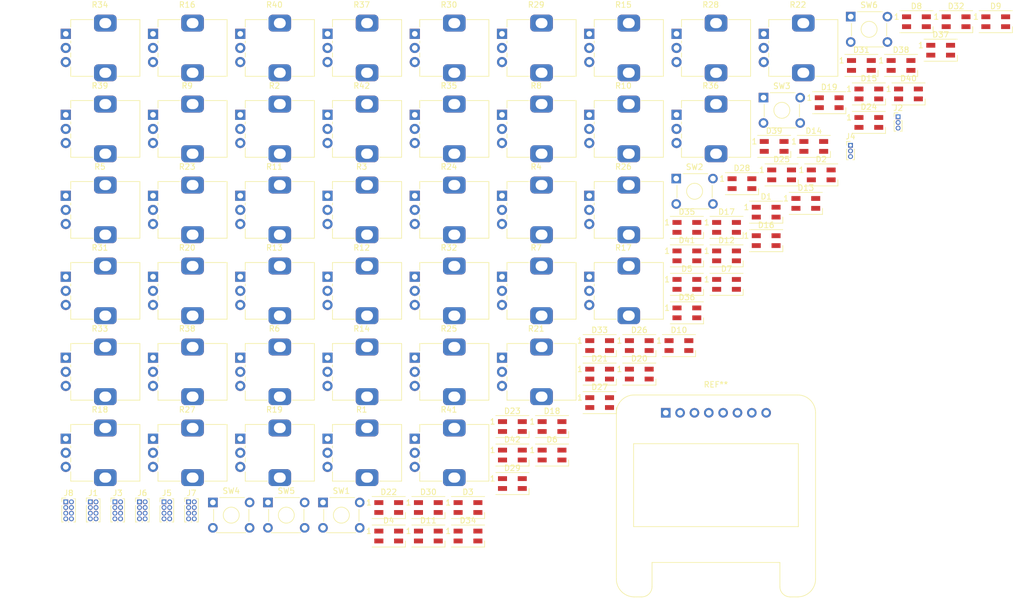
<source format=kicad_pcb>
(kicad_pcb (version 20211014) (generator pcbnew)
  (layers (0 "F.Cu" signal) (31 "B.Cu" signal) (34 "B.Paste" user) (35 "F.Paste" user) (36 "B.SilkS" user "B.Silkscreen") (37 "F.SilkS" user "F.Silkscreen") (38 "B.Mask" user) (39 "F.Mask" user) (44 "Edge.Cuts" user))
  (net 0 "")
  (net 1 "Net-(D1-Pad1)")
  (net 2 "GROUND")
  (net 3 "5VDC")
  (net 4 "LED_CNTRL")
  (net 5 "Net-(D2-Pad1)")
  (net 6 "Net-(D2-Pad4)")
  (net 7 "Net-(D3-Pad1)")
  (net 8 "Net-(D3-Pad4)")
  (net 9 "Net-(D10-Pad1)")
  (net 10 "Net-(D11-Pad1)")
  (net 12 "Net-(D12-Pad1)")
  (net 13 "Net-(D13-Pad4)")
  (net 14 "Net-(D14-Pad4)")
  (net 15 "Net-(D15-Pad4)")
  (net 16 "Net-(D10-Pad4)")
  (net 17 "Net-(D11-Pad4)")
  (net 18 "Net-(D12-Pad4)")
  (net 19 "Net-(D13-Pad1)")
  (net 20 "Net-(D14-Pad1)")
  (net 21 "Net-(D15-Pad1)")
  (net 22 "Net-(D16-Pad4)")
  (net 23 "Net-(D17-Pad4)")
  (net 24 "Net-(D18-Pad4)")
  (net 25 "Net-(D19-Pad1)")
  (net 26 "Net-(D20-Pad1)")
  (net 27 "Net-(D21-Pad1)")
  (net 28 "Net-(D22-Pad4)")
  (net 29 "Net-(D23-Pad4)")
  (net 30 "Net-(D24-Pad4)")
  (net 31 "Net-(D25-Pad1)")
  (net 32 "Net-(D26-Pad1)")
  (net 33 "Net-(D27-Pad1)")
  (net 34 "Net-(D28-Pad4)")
  (net 35 "Net-(D29-Pad4)")
  (net 36 "Net-(D30-Pad4)")
  (net 37 "Net-(D31-Pad1)")
  (net 38 "Net-(D32-Pad1)")
  (net 39 "Net-(D33-Pad1)")
  (net 40 "Net-(D34-Pad4)")
  (net 41 "Net-(D35-Pad4)")
  (net 42 "Net-(D36-Pad4)")
  (net 43 "Net-(D37-Pad1)")
  (net 44 "Net-(D38-Pad1)")
  (net 45 "Net-(D39-Pad1)")
  (net 46 "B1_1")
  (net 47 "B1_2")
  (net 48 "B1_3")
  (net 49 "B1_4")
  (net 50 "B1_5")
  (net 51 "B1_6")
  (net 52 "B1_7")
  (net 53 "B1_8")
  (net 54 "SCL")
  (net 55 "SDA")
  (net 56 "B2_1")
  (net 57 "B2_2")
  (net 58 "B2_3")
  (net 59 "B2_4")
  (net 60 "B2_5")
  (net 61 "B2_6")
  (net 62 "B2_7")
  (net 63 "B2_8")
  (net 64 "3VDC")
  (net 65 "B3_1")
  (net 66 "B3_2")
  (net 67 "B3_3")
  (net 68 "B3_4")
  (net 69 "B3_5")
  (net 70 "B3_6")
  (net 71 "B3_7")
  (net 72 "B3_8")
  (net 73 "B4_1")
  (net 74 "B4_2")
  (net 75 "B4_3")
  (net 76 "B4_4")
  (net 77 "B4_5")
  (net 78 "B4_6")
  (net 79 "B4_7")
  (net 80 "B4_8")
  (net 81 "B5_1")
  (net 82 "B5_2")
  (net 83 "B5_3")
  (net 84 "B5_4")
  (net 85 "B5_5")
  (net 86 "B5_6")
  (net 87 "B5_7")
  (net 88 "B5_8")
  (net 89 "B6_1")
  (net 90 "B6_2")
  (net 91 "B6_3")
  (net 92 "B6_4")
  (net 93 "B6_5")
  (net 94 "B6_6")
  (net 95 "B6_7")
  (net 96 "B6_8")
  (footprint "LED_SMD:LED_SK6812MINI_PLCC4_3.5x3.5mm_P1.75mm" (layer "F.Cu") (at 145.38 68.68)
    (fp_text reference "D7" (at 0 -2.75) (layer "F.SilkS"))
    (fp_text value "NeoPixel_THT")
    (fp_text user "1" (at -3.5 -0.875) (layer "F.SilkS"))
    (pad "1" smd rect (at -1.75 -0.875) (size 1.6 0.85) (layers "F.Cu" "F.Paste" "F.Mask") (net 13 "Net-(D13-Pad4)"))
    (pad "2" smd rect (at -1.75 0.875) (size 1.6 0.85) (layers "F.Cu" "F.Paste" "F.Mask") (net 2 "GROUND"))
    (pad "3" smd rect (at 1.75 0.875) (size 1.6 0.85) (layers "F.Cu" "F.Paste" "F.Mask") (net 3 "5VDC"))
    (pad "4" smd rect (at 1.75 -0.875) (size 1.6 0.85) (layers "F.Cu" "F.Paste" "F.Mask") (net 1 "Net-(D1-Pad1)"))
  )
  (footprint "LED_SMD:LED_SK6812MINI_PLCC4_3.5x3.5mm_P1.75mm" (layer "F.Cu") (at 129.93 79.53)
    (fp_text reference "D26" (at 0 -2.75) (layer "F.SilkS"))
    (fp_text value "NeoPixel_THT")
    (fp_text user "1" (at -3.5 -0.875) (layer "F.SilkS"))
    (pad "1" smd rect (at -1.75 -0.875) (size 1.6 0.85) (layers "F.Cu" "F.Paste" "F.Mask") (net 32 "Net-(D26-Pad1)"))
    (pad "2" smd rect (at -1.75 0.875) (size 1.6 0.85) (layers "F.Cu" "F.Paste" "F.Mask") (net 2 "GROUND"))
    (pad "3" smd rect (at 1.75 0.875) (size 1.6 0.85) (layers "F.Cu" "F.Paste" "F.Mask") (net 3 "5VDC"))
    (pad "4" smd rect (at 1.75 -0.875) (size 1.6 0.85) (layers "F.Cu" "F.Paste" "F.Mask") (net 26 "Net-(D20-Pad1)"))
  )
  (footprint "Potentiometer_THT:Potentiometer_Alps_RK09K_Single_Vertical" (layer "F.Cu") (at 121.075 24.28)
    (fp_text reference "R15" (at 6.05 -5.15) (layer "F.SilkS"))
    (fp_text value "R_Potentiometer")
    (pad "1" thru_hole rect (at 0 0) (size 1.8 1.8) (drill 1) (layers *.Cu *.Mask) (net 3 "5VDC"))
    (pad "2" thru_hole circle (at 0 2.5) (size 1.8 1.8) (drill 1) (layers *.Cu *.Mask) (net 73 "B4_1"))
    (pad "3" thru_hole circle (at 0 5) (size 1.8 1.8) (drill 1) (layers *.Cu *.Mask) (net 2 "GROUND"))
    (pad "MP" thru_hole roundrect (at 7 6.9) (size 4 3) (drill oval 2.1 1.8) (layers *.Cu *.Mask))
    (pad "MP" thru_hole roundrect (at 7 -1.9) (size 4 3) (drill oval 2.1 1.8) (layers *.Cu *.Mask))
  )
  (footprint "Potentiometer_THT:Potentiometer_Alps_RK09K_Single_Vertical" (layer "F.Cu") (at 105.625 52.98)
    (fp_text reference "R4" (at 6.05 -5.15) (layer "F.SilkS"))
    (fp_text value "R_Potentiometer")
    (pad "1" thru_hole rect (at 0 0) (size 1.8 1.8) (drill 1) (layers *.Cu *.Mask) (net 3 "5VDC"))
    (pad "2" thru_hole circle (at 0 2.5) (size 1.8 1.8) (drill 1) (layers *.Cu *.Mask) (net 92 "B6_4"))
    (pad "3" thru_hole circle (at 0 5) (size 1.8 1.8) (drill 1) (layers *.Cu *.Mask) (net 2 "GROUND"))
    (pad "MP" thru_hole roundrect (at 7 6.9) (size 4 3) (drill oval 2.1 1.8) (layers *.Cu *.Mask))
    (pad "MP" thru_hole roundrect (at 7 -1.9) (size 4 3) (drill oval 2.1 1.8) (layers *.Cu *.Mask))
  )
  (footprint "LED_SMD:LED_SK6812MINI_PLCC4_3.5x3.5mm_P1.75mm" (layer "F.Cu") (at 159.42 54.33)
    (fp_text reference "D13" (at 0 -2.75) (layer "F.SilkS"))
    (fp_text value "NeoPixel_THT")
    (fp_text user "1" (at -3.5 -0.875) (layer "F.SilkS"))
    (pad "1" smd rect (at -1.75 -0.875) (size 1.6 0.85) (layers "F.Cu" "F.Paste" "F.Mask") (net 19 "Net-(D13-Pad1)"))
    (pad "2" smd rect (at -1.75 0.875) (size 1.6 0.85) (layers "F.Cu" "F.Paste" "F.Mask") (net 2 "GROUND"))
    (pad "3" smd rect (at 1.75 0.875) (size 1.6 0.85) (layers "F.Cu" "F.Paste" "F.Mask") (net 3 "5VDC"))
    (pad "4" smd rect (at 1.75 -0.875) (size 1.6 0.85) (layers "F.Cu" "F.Paste" "F.Mask") (net 13 "Net-(D13-Pad4)"))
  )
  (footprint "Potentiometer_THT:Potentiometer_Alps_RK09K_Single_Vertical" (layer "F.Cu") (at 90.175 81.68)
    (fp_text reference "R25" (at 6.05 -5.15) (layer "F.SilkS"))
    (fp_text value "R_Potentiometer")
    (pad "1" thru_hole rect (at 0 0) (size 1.8 1.8) (drill 1) (layers *.Cu *.Mask) (net 3 "5VDC"))
    (pad "2" thru_hole circle (at 0 2.5) (size 1.8 1.8) (drill 1) (layers *.Cu *.Mask) (net 68 "B3_4"))
    (pad "3" thru_hole circle (at 0 5) (size 1.8 1.8) (drill 1) (layers *.Cu *.Mask) (net 2 "GROUND"))
    (pad "MP" thru_hole roundrect (at 7 -1.9) (size 4 3) (drill oval 2.1 1.8) (layers *.Cu *.Mask))
    (pad "MP" thru_hole roundrect (at 7 6.9) (size 4 3) (drill oval 2.1 1.8) (layers *.Cu *.Mask))
  )
  (footprint "LED_SMD:LED_SK6812MINI_PLCC4_3.5x3.5mm_P1.75mm" (layer "F.Cu") (at 193.05 22.13)
    (fp_text reference "D9" (at 0 -2.75) (layer "F.SilkS"))
    (fp_text value "NeoPixel_THT")
    (fp_text user "1" (at -3.5 -0.875) (layer "F.SilkS"))
    (pad "1" smd rect (at -1.75 -0.875) (size 1.6 0.85) (layers "F.Cu" "F.Paste" "F.Mask") (net 15 "Net-(D15-Pad4)"))
    (pad "2" smd rect (at -1.75 0.875) (size 1.6 0.85) (layers "F.Cu" "F.Paste" "F.Mask") (net 2 "GROUND"))
    (pad "3" smd rect (at 1.75 0.875) (size 1.6 0.85) (layers "F.Cu" "F.Paste" "F.Mask") (net 3 "5VDC"))
    (pad "4" smd rect (at 1.75 -0.875) (size 1.6 0.85) (layers "F.Cu" "F.Paste" "F.Mask") (net 7 "Net-(D3-Pad1)"))
  )
  (footprint "Potentiometer_THT:Potentiometer_Alps_RK09K_Single_Vertical" (layer "F.Cu") (at 151.975 24.28)
    (fp_text reference "R22" (at 6.05 -5.15) (layer "F.SilkS"))
    (fp_text value "R_Potentiometer")
    (pad "1" thru_hole rect (at 0 0) (size 1.8 1.8) (drill 1) (layers *.Cu *.Mask) (net 3 "5VDC"))
    (pad "2" thru_hole circle (at 0 2.5) (size 1.8 1.8) (drill 1) (layers *.Cu *.Mask) (net 65 "B3_1"))
    (pad "3" thru_hole circle (at 0 5) (size 1.8 1.8) (drill 1) (layers *.Cu *.Mask) (net 2 "GROUND"))
    (pad "MP" thru_hole roundrect (at 7 6.9) (size 4 3) (drill oval 2.1 1.8) (layers *.Cu *.Mask))
    (pad "MP" thru_hole roundrect (at 7 -1.9) (size 4 3) (drill oval 2.1 1.8) (layers *.Cu *.Mask))
  )
  (footprint "LED_SMD:LED_SK6812MINI_PLCC4_3.5x3.5mm_P1.75mm" (layer "F.Cu") (at 169.26 29.88)
    (fp_text reference "D31" (at 0 -2.75) (layer "F.SilkS"))
    (fp_text value "NeoPixel_THT")
    (fp_text user "1" (at -3.5 -0.875) (layer "F.SilkS"))
    (pad "1" smd rect (at -1.75 -0.875) (size 1.6 0.85) (layers "F.Cu" "F.Paste" "F.Mask") (net 37 "Net-(D31-Pad1)"))
    (pad "2" smd rect (at -1.75 0.875) (size 1.6 0.85) (layers "F.Cu" "F.Paste" "F.Mask") (net 2 "GROUND"))
    (pad "3" smd rect (at 1.75 0.875) (size 1.6 0.85) (layers "F.Cu" "F.Paste" "F.Mask") (net 3 "5VDC"))
    (pad "4" smd rect (at 1.75 -0.875) (size 1.6 0.85) (layers "F.Cu" "F.Paste" "F.Mask") (net 31 "Net-(D25-Pad1)"))
  )
  (footprint "Potentiometer_THT:Potentiometer_Alps_RK09K_Single_Vertical" (layer "F.Cu") (at 28.375 67.33)
    (fp_text reference "R31" (at 6.05 -5.15) (layer "F.SilkS"))
    (fp_text value "R_Potentiometer")
    (pad "1" thru_hole rect (at 0 0) (size 1.8 1.8) (drill 1) (layers *.Cu *.Mask) (net 3 "5VDC"))
    (pad "2" thru_hole circle (at 0 2.5) (size 1.8 1.8) (drill 1) (layers *.Cu *.Mask) (net 58 "B2_3"))
    (pad "3" thru_hole circle (at 0 5) (size 1.8 1.8) (drill 1) (layers *.Cu *.Mask) (net 2 "GROUND"))
    (pad "MP" thru_hole roundrect (at 7 6.9) (size 4 3) (drill oval 2.1 1.8) (layers *.Cu *.Mask))
    (pad "MP" thru_hole roundrect (at 7 -1.9) (size 4 3) (drill oval 2.1 1.8) (layers *.Cu *.Mask))
  )
  (footprint "LED_SMD:LED_SK6812MINI_PLCC4_3.5x3.5mm_P1.75mm" (layer "F.Cu") (at 122.91 79.53)
    (fp_text reference "D33" (at 0 -2.75) (layer "F.SilkS"))
    (fp_text value "NeoPixel_THT")
    (fp_text user "1" (at -3.5 -0.875) (layer "F.SilkS"))
    (pad "1" smd rect (at -1.75 -0.875) (size 1.6 0.85) (layers "F.Cu" "F.Paste" "F.Mask") (net 39 "Net-(D33-Pad1)"))
    (pad "2" smd rect (at -1.75 0.875) (size 1.6 0.85) (layers "F.Cu" "F.Paste" "F.Mask") (net 2 "GROUND"))
    (pad "3" smd rect (at 1.75 0.875) (size 1.6 0.85) (layers "F.Cu" "F.Paste" "F.Mask") (net 3 "5VDC"))
    (pad "4" smd rect (at 1.75 -0.875) (size 1.6 0.85) (layers "F.Cu" "F.Paste" "F.Mask") (net 33 "Net-(D27-Pad1)"))
  )
  (footprint "LED_SMD:LED_SK6812MINI_PLCC4_3.5x3.5mm_P1.75mm" (layer "F.Cu") (at 152.4 55.88)
    (fp_text reference "D1" (at 0 -2.75) (layer "F.SilkS"))
    (fp_text value "NeoPixel_THT")
    (fp_text user "1" (at -3.5 -0.875) (layer "F.SilkS"))
    (pad "1" smd rect (at -1.75 -0.875) (size 1.6 0.85) (layers "F.Cu" "F.Paste" "F.Mask") (net 1 "Net-(D1-Pad1)"))
    (pad "2" smd rect (at -1.75 0.875) (size 1.6 0.85) (layers "F.Cu" "F.Paste" "F.Mask") (net 2 "GROUND"))
    (pad "3" smd rect (at 1.75 0.875) (size 1.6 0.85) (layers "F.Cu" "F.Paste" "F.Mask") (net 3 "5VDC"))
    (pad "4" smd rect (at 1.75 -0.875) (size 1.6 0.85) (layers "F.Cu" "F.Paste" "F.Mask") (net 4 "LED_CNTRL"))
  )
  (footprint "Potentiometer_THT:Potentiometer_Alps_RK09K_Single_Vertical" (layer "F.Cu") (at 74.725 24.28)
    (fp_text reference "R37" (at 6.05 -5.15) (layer "F.SilkS"))
    (fp_text value "R_Potentiometer")
    (pad "1" thru_hole rect (at 0 0) (size 1.8 1.8) (drill 1) (layers *.Cu *.Mask) (net 3 "5VDC"))
    (pad "2" thru_hole circle (at 0 2.5) (size 1.8 1.8) (drill 1) (layers *.Cu *.Mask) (net 47 "B1_2"))
    (pad "3" thru_hole circle (at 0 5) (size 1.8 1.8) (drill 1) (layers *.Cu *.Mask) (net 2 "GROUND"))
    (pad "MP" thru_hole roundrect (at 7 6.9) (size 4 3) (drill oval 2.1 1.8) (layers *.Cu *.Mask))
    (pad "MP" thru_hole roundrect (at 7 -1.9) (size 4 3) (drill oval 2.1 1.8) (layers *.Cu *.Mask))
  )
  (footprint "LED_SMD:LED_SK6812MINI_PLCC4_3.5x3.5mm_P1.75mm" (layer "F.Cu") (at 138.36 73.73)
    (fp_text reference "D36" (at 0 -2.75) (layer "F.SilkS"))
    (fp_text value "NeoPixel_THT")
    (fp_text user "1" (at -3.5 -0.875) (layer "F.SilkS"))
    (pad "1" smd rect (at -1.75 -0.875) (size 1.6 0.85) (layers "F.Cu" "F.Paste" "F.Mask") (net 36 "Net-(D30-Pad4)"))
    (pad "2" smd rect (at -1.75 0.875) (size 1.6 0.85) (layers "F.Cu" "F.Paste" "F.Mask") (net 2 "GROUND"))
    (pad "3" smd rect (at 1.75 0.875) (size 1.6 0.85) (layers "F.Cu" "F.Paste" "F.Mask") (net 3 "5VDC"))
    (pad "4" smd rect (at 1.75 -0.875) (size 1.6 0.85) (layers "F.Cu" "F.Paste" "F.Mask") (net 42 "Net-(D36-Pad4)"))
  )
  (footprint "Connector_PinHeader_1.00mm:PinHeader_2x04_P1.00mm_Vertical" (layer "F.Cu") (at 37.075 107.23)
    (fp_text reference "J3" (at 0.5 -1.56) (layer "F.SilkS"))
    (fp_text value "Conn_02x04_Odd_Even_Shielded")
    (pad "1" thru_hole rect (at 0 0) (size 0.85 0.85) (drill 0.5) (layers *.Cu *.Mask) (net 56 "B2_1"))
    (pad "2" thru_hole oval (at 1 0) (size 0.85 0.85) (drill 0.5) (layers *.Cu *.Mask) (net 57 "B2_2"))
    (pad "3" thru_hole oval (at 0 1) (size 0.85 0.85) (drill 0.5) (layers *.Cu *.Mask) (net 58 "B2_3"))
    (pad "4" thru_hole oval (at 1 1) (size 0.85 0.85) (drill 0.5) (layers *.Cu *.Mask) (net 59 "B2_4"))
    (pad "5" thru_hole oval (at 0 2) (size 0.85 0.85) (drill 0.5) (layers *.Cu *.Mask) (net 60 "B2_5"))
    (pad "6" thru_hole oval (at 1 2) (size 0.85 0.85) (drill 0.5) (layers *.Cu *.Mask) (net 61 "B2_6"))
    (pad "7" thru_hole oval (at 0 3) (size 0.85 0.85) (drill 0.5) (layers *.Cu *.Mask) (net 62 "B2_7"))
    (pad "8" thru_hole oval (at 1 3) (size 0.85 0.85) (drill 0.5) (layers *.Cu *.Mask) (net 63 "B2_8"))
  )
  (footprint "LED_SMD:LED_SK6812MINI_PLCC4_3.5x3.5mm_P1.75mm" (layer "F.Cu") (at 138.36 63.63)
    (fp_text reference "D41" (at 0 -2.75) (layer "F.SilkS"))
    (fp_text value "NeoPixel_THT")
    (fp_text user "1" (at -3.5 -0.875) (layer "F.SilkS"))
    (pad "1" smd rect (at -1.75 -0.875) (size 1.6 0.85) (layers "F.Cu" "F.Paste" "F.Mask") (net 41 "Net-(D35-Pad4)"))
    (pad "2" smd rect (at -1.75 0.875) (size 1.6 0.85) (layers "F.Cu" "F.Paste" "F.Mask") (net 2 "GROUND"))
    (pad "3" smd rect (at 1.75 0.875) (size 1.6 0.85) (layers "F.Cu" "F.Paste" "F.Mask") (net 3 "5VDC"))
    (pad "4" smd rect (at 1.75 -0.875) (size 1.6 0.85) (layers "F.Cu" "F.Paste" "F.Mask") (net 44 "Net-(D38-Pad1)"))
  )
  (footprint "LED_SMD:LED_SK6812MINI_PLCC4_3.5x3.5mm_P1.75mm" (layer "F.Cu") (at 152.4 60.93)
    (fp_text reference "D16" (at 0 -2.75) (layer "F.SilkS"))
    (fp_text value "NeoPixel_THT")
    (fp_text user "1" (at -3.5 -0.875) (layer "F.SilkS"))
    (pad "1" smd rect (at -1.75 -0.875) (size 1.6 0.85) (layers "F.Cu" "F.Paste" "F.Mask") (net 16 "Net-(D10-Pad4)"))
    (pad "2" smd rect (at -1.75 0.875) (size 1.6 0.85) (layers "F.Cu" "F.Paste" "F.Mask") (net 2 "GROUND"))
    (pad "3" smd rect (at 1.75 0.875) (size 1.6 0.85) (layers "F.Cu" "F.Paste" "F.Mask") (net 3 "5VDC"))
    (pad "4" smd rect (at 1.75 -0.875) (size 1.6 0.85) (layers "F.Cu" "F.Paste" "F.Mask") (net 22 "Net-(D16-Pad4)"))
  )
  (footprint "Potentiometer_THT:Potentiometer_Alps_RK09K_Single_Vertical" (layer "F.Cu") (at 105.625 81.68)
    (fp_text reference "R21" (at 6.05 -5.15) (layer "F.SilkS"))
    (fp_text value "R_Potentiometer")
    (pad "1" thru_hole rect (at 0 0) (size 1.8 1.8) (drill 1) (layers *.Cu *.Mask) (net 3 "5VDC"))
    (pad "2" thru_hole circle (at 0 2.5) (size 1.8 1.8) (drill 1) (layers *.Cu *.Mask) (net 79 "B4_7"))
    (pad "3" thru_hole circle (at 0 5) (size 1.8 1.8) (drill 1) (layers *.Cu *.Mask) (net 2 "GROUND"))
    (pad "MP" thru_hole roundrect (at 7 -1.9) (size 4 3) (drill oval 2.1 1.8) (layers *.Cu *.Mask))
    (pad "MP" thru_hole roundrect (at 7 6.9) (size 4 3) (drill oval 2.1 1.8) (layers *.Cu *.Mask))
  )
  (footprint "Potentiometer_THT:Potentiometer_Alps_RK09K_Single_Vertical" (layer "F.Cu") (at 74.725 67.33)
    (fp_text reference "R12" (at 6.05 -5.15) (layer "F.SilkS"))
    (fp_text value "R_Potentiometer")
    (pad "1" thru_hole rect (at 0 0) (size 1.8 1.8) (drill 1) (layers *.Cu *.Mask) (net 3 "5VDC"))
    (pad "2" thru_hole circle (at 0 2.5) (size 1.8 1.8) (drill 1) (layers *.Cu *.Mask) (net 85 "B5_5"))
    (pad "3" thru_hole circle (at 0 5) (size 1.8 1.8) (drill 1) (layers *.Cu *.Mask) (net 2 "GROUND"))
    (pad "MP" thru_hole roundrect (at 7 6.9) (size 4 3) (drill oval 2.1 1.8) (layers *.Cu *.Mask))
    (pad "MP" thru_hole roundrect (at 7 -1.9) (size 4 3) (drill oval 2.1 1.8) (layers *.Cu *.Mask))
  )
  (footprint "LED_SMD:LED_SK6812MINI_PLCC4_3.5x3.5mm_P1.75mm" (layer "F.Cu") (at 145.38 63.63)
    (fp_text reference "D12" (at 0 -2.75) (layer "F.SilkS"))
    (fp_text value "NeoPixel_THT")
    (fp_text user "1" (at -3.5 -0.875) (layer "F.SilkS"))
    (pad "1" smd rect (at -1.75 -0.875) (size 1.6 0.85) (layers "F.Cu" "F.Paste" "F.Mask") (net 12 "Net-(D12-Pad1)"))
    (pad "2" smd rect (at -1.75 0.875) (size 1.6 0.85) (layers "F.Cu" "F.Paste" "F.Mask") (net 2 "GROUND"))
    (pad "3" smd rect (at 1.75 0.875) (size 1.6 0.85) (layers "F.Cu" "F.Paste" "F.Mask") (net 3 "5VDC"))
    (pad "4" smd rect (at 1.75 -0.875) (size 1.6 0.85) (layers "F.Cu" "F.Paste" "F.Mask") (net 18 "Net-(D12-Pad4)"))
  )
  (footprint "Potentiometer_THT:Potentiometer_Alps_RK09K_Single_Vertical" (layer "F.Cu") (at 59.275 52.98)
    (fp_text reference "R11" (at 6.05 -5.15) (layer "F.SilkS"))
    (fp_text value "R_Potentiometer")
    (pad "1" thru_hole rect (at 0 0) (size 1.8 1.8) (drill 1) (layers *.Cu *.Mask) (net 3 "5VDC"))
    (pad "2" thru_hole circle (at 0 2.5) (size 1.8 1.8) (drill 1) (layers *.Cu *.Mask) (net 84 "B5_4"))
    (pad "3" thru_hole circle (at 0 5) (size 1.8 1.8) (drill 1) (layers *.Cu *.Mask) (net 2 "GROUND"))
    (pad "MP" thru_hole roundrect (at 7 -1.9) (size 4 3) (drill oval 2.1 1.8) (layers *.Cu *.Mask))
    (pad "MP" thru_hole roundrect (at 7 6.9) (size 4 3) (drill oval 2.1 1.8) (layers *.Cu *.Mask))
  )
  (footprint "LED_SMD:LED_SK6812MINI_PLCC4_3.5x3.5mm_P1.75mm" (layer "F.Cu") (at 136.95 79.53)
    (fp_text reference "D10" (at 0 -2.75) (layer "F.SilkS"))
    (fp_text value "NeoPixel_THT")
    (fp_text user "1" (at -3.5 -0.875) (layer "F.SilkS"))
    (pad "1" smd rect (at -1.75 -0.875) (size 1.6 0.85) (layers "F.Cu" "F.Paste" "F.Mask") (net 9 "Net-(D10-Pad1)"))
    (pad "2" smd rect (at -1.75 0.875) (size 1.6 0.85) (layers "F.Cu" "F.Paste" "F.Mask") (net 2 "GROUND"))
    (pad "3" smd rect (at 1.75 0.875) (size 1.6 0.85) (layers "F.Cu" "F.Paste" "F.Mask") (net 3 "5VDC"))
    (pad "4" smd rect (at 1.75 -0.875) (size 1.6 0.85) (layers "F.Cu" "F.Paste" "F.Mask") (net 16 "Net-(D10-Pad4)"))
  )
  (footprint "Potentiometer_THT:Potentiometer_Alps_RK09K_Single_Vertical" (layer "F.Cu") (at 74.725 38.63)
    (fp_text reference "R42" (at 6.05 -5.15) (layer "F.SilkS"))
    (fp_text value "R_Potentiometer")
    (pad "1" thru_hole rect (at 0 0) (size 1.8 1.8) (drill 1) (layers *.Cu *.Mask) (net 3 "5VDC"))
    (pad "2" thru_hole circle (at 0 2.5) (size 1.8 1.8) (drill 1) (layers *.Cu *.Mask) (net 52 "B1_7"))
    (pad "3" thru_hole circle (at 0 5) (size 1.8 1.8) (drill 1) (layers *.Cu *.Mask) (net 2 "GROUND"))
    (pad "MP" thru_hole roundrect (at 7 -1.9) (size 4 3) (drill oval 2.1 1.8) (layers *.Cu *.Mask))
    (pad "MP" thru_hole roundrect (at 7 6.9) (size 4 3) (drill oval 2.1 1.8) (layers *.Cu *.Mask))
  )
  (footprint "Potentiometer_THT:Potentiometer_Alps_RK09K_Single_Vertical" (layer "F.Cu") (at 28.375 38.63)
    (fp_text reference "R39" (at 6.05 -5.15) (layer "F.SilkS"))
    (fp_text value "R_Potentiometer")
    (pad "1" thru_hole rect (at 0 0) (size 1.8 1.8) (drill 1) (layers *.Cu *.Mask) (net 3 "5VDC"))
    (pad "2" thru_hole circle (at 0 2.5) (size 1.8 1.8) (drill 1) (layers *.Cu *.Mask) (net 49 "B1_4"))
    (pad "3" thru_hole circle (at 0 5) (size 1.8 1.8) (drill 1) (layers *.Cu *.Mask) (net 2 "GROUND"))
    (pad "MP" thru_hole roundrect (at 7 -1.9) (size 4 3) (drill oval 2.1 1.8) (layers *.Cu *.Mask))
    (pad "MP" thru_hole roundrect (at 7 6.9) (size 4 3) (drill oval 2.1 1.8) (layers *.Cu *.Mask))
  )
  (footprint "LED_SMD:LED_SK6812MINI_PLCC4_3.5x3.5mm_P1.75mm" (layer "F.Cu") (at 153.81 44.23)
    (fp_text reference "D39" (at 0 -2.75) (layer "F.SilkS"))
    (fp_text value "NeoPixel_THT")
    (fp_text user "1" (at -3.5 -0.875) (layer "F.SilkS"))
    (pad "1" smd rect (at -1.75 -0.875) (size 1.6 0.85) (layers "F.Cu" "F.Paste" "F.Mask") (net 45 "Net-(D39-Pad1)"))
    (pad "2" smd rect (at -1.75 0.875) (size 1.6 0.85) (layers "F.Cu" "F.Paste" "F.Mask") (net 2 "GROUND"))
    (pad "3" smd rect (at 1.75 0.875) (size 1.6 0.85) (layers "F.Cu" "F.Paste" "F.Mask") (net 3 "5VDC"))
    (pad "4" smd rect (at 1.75 -0.875) (size 1.6 0.85) (layers "F.Cu" "F.Paste" "F.Mask") (net 39 "Net-(D33-Pad1)"))
  )
  (footprint "LED_SMD:LED_SK6812MINI_PLCC4_3.5x3.5mm_P1.75mm" (layer "F.Cu") (at 145.38 58.58)
    (fp_text reference "D17" (at 0 -2.75) (layer "F.SilkS"))
    (fp_text value "NeoPixel_THT")
    (fp_text user "1" (at -3.5 -0.875) (layer "F.SilkS"))
    (pad "1" smd rect (at -1.75 -0.875) (size 1.6 0.85) (layers "F.Cu" "F.Paste" "F.Mask") (net 17 "Net-(D11-Pad4)"))
    (pad "2" smd rect (at -1.75 0.875) (size 1.6 0.85) (layers "F.Cu" "F.Paste" "F.Mask") (net 2 "GROUND"))
    (pad "3" smd rect (at 1.75 0.875) (size 1.6 0.85) (layers "F.Cu" "F.Paste" "F.Mask") (net 3 "5VDC"))
    (pad "4" smd rect (at 1.75 -0.875) (size 1.6 0.85) (layers "F.Cu" "F.Paste" "F.Mask") (net 23 "Net-(D17-Pad4)"))
  )
  (footprint "LED_SMD:LED_SK6812MINI_PLCC4_3.5x3.5mm_P1.75mm" (layer "F.Cu") (at 163.56 36.48)
    (fp_text reference "D19" (at 0 -2.75) (layer "F.SilkS"))
    (fp_text value "NeoPixel_THT")
    (fp_text user "1" (at -3.5 -0.875) (layer "F.SilkS"))
    (pad "1" smd rect (at -1.75 -0.875) (size 1.6 0.85) (layers "F.Cu" "F.Paste" "F.Mask") (net 25 "Net-(D19-Pad1)"))
    (pad "2" smd rect (at -1.75 0.875) (size 1.6 0.85) (layers "F.Cu" "F.Paste" "F.Mask") (net 2 "GROUND"))
    (pad "3" smd rect (at 1.75 0.875) (size 1.6 0.85) (layers "F.Cu" "F.Paste" "F.Mask") (net 3 "5VDC"))
    (pad "4" smd rect (at 1.75 -0.875) (size 1.6 0.85) (layers "F.Cu" "F.Paste" "F.Mask") (net 19 "Net-(D13-Pad1)"))
  )
  (footprint "Potentiometer_THT:Potentiometer_Alps_RK09K_Single_Vertical" (layer "F.Cu") (at 90.175 38.63)
    (fp_text reference "R35" (at 6.05 -5.15) (layer "F.SilkS"))
    (fp_text value "R_Potentiometer")
    (pad "1" thru_hole rect (at 0 0) (size 1.8 1.8) (drill 1) (layers *.Cu *.Mask) (net 3 "5VDC"))
    (pad "2" thru_hole circle (at 0 2.5) (size 1.8 1.8) (drill 1) (layers *.Cu *.Mask) (net 62 "B2_7"))
    (pad "3" thru_hole circle (at 0 5) (size 1.8 1.8) (drill 1) (layers *.Cu *.Mask) (net 2 "GROUND"))
    (pad "MP" thru_hole roundrect (at 7 6.9) (size 4 3) (drill oval 2.1 1.8) (layers *.Cu *.Mask))
    (pad "MP" thru_hole roundrect (at 7 -1.9) (size 4 3) (drill oval 2.1 1.8) (layers *.Cu *.Mask))
  )
  (footprint "LED_SMD:LED_SK6812MINI_PLCC4_3.5x3.5mm_P1.75mm" (layer "F.Cu") (at 122.91 89.63)
    (fp_text reference "D27" (at 0 -2.75) (layer "F.SilkS"))
    (fp_text value "NeoPixel_THT")
    (fp_text user "1" (at -3.5 -0.875) (layer "F.SilkS"))
    (pad "1" smd rect (at -1.75 -0.875) (size 1.6 0.85) (layers "F.Cu" "F.Paste" "F.Mask") (net 33 "Net-(D27-Pad1)"))
    (pad "2" smd rect (at -1.75 0.875) (size 1.6 0.85) (layers "F.Cu" "F.Paste" "F.Mask") (net 2 "GROUND"))
    (pad "3" smd rect (at 1.75 0.875) (size 1.6 0.85) (layers "F.Cu" "F.Paste" "F.Mask") (net 3 "5VDC"))
    (pad "4" smd rect (at 1.75 -0.875) (size 1.6 0.85) (layers "F.Cu" "F.Paste" "F.Mask") (net 27 "Net-(D21-Pad1)"))
  )
  (footprint "Potentiometer_THT:Potentiometer_Alps_RK09K_Single_Vertical" (layer "F.Cu") (at 105.625 67.33)
    (fp_text reference "R7" (at 6.05 -5.15) (layer "F.SilkS"))
    (fp_text value "R_Potentiometer")
    (pad "1" thru_hole rect (at 0 0) (size 1.8 1.8) (drill 1) (layers *.Cu *.Mask) (net 3 "5VDC"))
    (pad "2" thru_hole circle (at 0 2.5) (size 1.8 1.8) (drill 1) (layers *.Cu *.Mask) (net 95 "B6_7"))
    (pad "3" thru_hole circle (at 0 5) (size 1.8 1.8) (drill 1) (layers *.Cu *.Mask) (net 2 "GROUND"))
    (pad "MP" thru_hole roundrect (at 7 6.9) (size 4 3) (drill oval 2.1 1.8) (layers *.Cu *.Mask))
    (pad "MP" thru_hole roundrect (at 7 -1.9) (size 4 3) (drill oval 2.1 1.8) (layers *.Cu *.Mask))
  )
  (footprint "Button_Switch_THT:SW_TH_Tactile_Omron_B3F-10xx" (layer "F.Cu") (at 136.475 49.93)
    (fp_text reference "SW2" (at 3.25 -2.05) (layer "F.SilkS"))
    (fp_text value "SW_MEC_5E")
    (pad "1" thru_hole circle (at 6.5 0) (size 1.7 1.7) (drill 1) (layers *.Cu *.Mask) (net 3 "5VDC"))
    (pad "1" thru_hole rect (at 0 0) (size 1.7 1.7) (drill 1) (layers *.Cu *.Mask) (net 3 "5VDC"))
    (pad "2" thru_hole circle (at 0 4.5) (size 1.7 1.7) (drill 1) (layers *.Cu *.Mask) (net 63 "B2_8"))
    (pad "2" thru_hole circle (at 6.5 4.5) (size 1.7 1.7) (drill 1) (layers *.Cu *.Mask) (net 63 "B2_8"))
  )
  (footprint "LED_SMD:LED_SK6812MINI_PLCC4_3.5x3.5mm_P1.75mm" (layer "F.Cu") (at 99.6 108.23)
    (fp_text reference "D3" (at 0 -2.75) (layer "F.SilkS"))
    (fp_text value "NeoPixel_THT")
    (fp_text user "1" (at -3.5 -0.875) (layer "F.SilkS"))
    (pad "1" smd rect (at -1.75 -0.875) (size 1.6 0.85) (layers "F.Cu" "F.Paste" "F.Mask") (net 7 "Net-(D3-Pad1)"))
    (pad "2" smd rect (at -1.75 0.875) (size 1.6 0.85) (layers "F.Cu" "F.Paste" "F.Mask") (net 2 "GROUND"))
    (pad "3" smd rect (at 1.75 0.875) (size 1.6 0.85) (layers "F.Cu" "F.Paste" "F.Mask") (net 3 "5VDC"))
    (pad "4" smd rect (at 1.75 -0.875) (size 1.6 0.85) (layers "F.Cu" "F.Paste" "F.Mask") (net 8 "Net-(D3-Pad4)"))
  )
  (footprint "Connector_PinHeader_1.00mm:PinHeader_2x04_P1.00mm_Vertical" (layer "F.Cu") (at 41.425 107.23)
    (fp_text reference "J6" (at 0.5 -1.56) (layer "F.SilkS"))
    (fp_text value "Conn_02x04_Odd_Even_Shielded")
    (pad "1" thru_hole rect (at 0 0) (size 0.85 0.85) (drill 0.5) (layers *.Cu *.Mask) (net 73 "B4_1"))
    (pad "2" thru_hole oval (at 1 0) (size 0.85 0.85) (drill 0.5) (layers *.Cu *.Mask) (net 74 "B4_2"))
    (pad "3" thru_hole oval (at 0 1) (size 0.85 0.85) (drill 0.5) (layers *.Cu *.Mask) (net 75 "B4_3"))
    (pad "4" thru_hole oval (at 1 1) (size 0.85 0.85) (drill 0.5) (layers *.Cu *.Mask) (net 76 "B4_4"))
    (pad "5" thru_hole oval (at 0 2) (size 0.85 0.85) (drill 0.5) (layers *.Cu *.Mask) (net 77 "B4_5"))
    (pad "6" thru_hole oval (at 1 2) (size 0.85 0.85) (drill 0.5) (layers *.Cu *.Mask) (net 78 "B4_6"))
    (pad "7" thru_hole oval (at 0 3) (size 0.85 0.85) (drill 0.5) (layers *.Cu *.Mask) (net 79 "B4_7"))
    (pad "8" thru_hole oval (at 1 3) (size 0.85 0.85) (drill 0.5) (layers *.Cu *.Mask) (net 80 "B4_8"))
  )
  (footprint "Potentiometer_THT:Potentiometer_Alps_RK09K_Single_Vertical" (layer "F.Cu") (at 136.525 24.28)
    (fp_text reference "R28" (at 6.05 -5.15) (layer "F.SilkS"))
    (fp_text value "R_Potentiometer")
    (pad "1" thru_hole rect (at 0 0) (size 1.8 1.8) (drill 1) (layers *.Cu *.Mask) (net 3 "5VDC"))
    (pad "2" thru_hole circle (at 0 2.5) (size 1.8 1.8) (drill 1) (layers *.Cu *.Mask) (net 71 "B3_7"))
    (pad "3" thru_hole circle (at 0 5) (size 1.8 1.8) (drill 1) (layers *.Cu *.Mask) (net 2 "GROUND"))
    (pad "MP" thru_hole roundrect (at 7 6.9) (size 4 3) (drill oval 2.1 1.8) (layers *.Cu *.Mask))
    (pad "MP" thru_hole roundrect (at 7 -1.9) (size 4 3) (drill oval 2.1 1.8) (layers *.Cu *.Mask))
  )
  (footprint "LED_SMD:LED_SK6812MINI_PLCC4_3.5x3.5mm_P1.75mm" (layer "F.Cu") (at 138.36 68.68)
    (fp_text reference "D5" (at 0 -2.75) (layer "F.SilkS"))
    (fp_text value "NeoPixel_THT")
    (fp_text user "1" (at -3.5 -0.875) (layer "F.SilkS"))
    (pad "1" smd rect (at -1.75 -0.875) (size 1.6 0.85) (layers "F.Cu" "F.Paste" "F.Mask") (net 8 "Net-(D3-Pad4)"))
    (pad "2" smd rect (at -1.75 0.875) (size 1.6 0.85) (layers "F.Cu" "F.Paste" "F.Mask") (net 2 "GROUND"))
    (pad "3" smd rect (at 1.75 0.875) (size 1.6 0.85) (layers "F.Cu" "F.Paste" "F.Mask") (net 3 "5VDC"))
    (pad "4" smd rect (at 1.75 -0.875) (size 1.6 0.85) (layers "F.Cu" "F.Paste" "F.Mask") (net 10 "Net-(D11-Pad1)"))
  )
  (footprint "Potentiometer_THT:Potentiometer_Alps_RK09K_Single_Vertical" (layer "F.Cu") (at 43.825 81.68)
    (fp_text reference "R38" (at 6.05 -5.15) (layer "F.SilkS"))
    (fp_text value "R_Potentiometer")
    (pad "1" thru_hole rect (at 0 0) (size 1.8 1.8) (drill 1) (layers *.Cu *.Mask) (net 3 "5VDC"))
    (pad "2" thru_hole circle (at 0 2.5) (size 1.8 1.8) (drill 1) (layers *.Cu *.Mask) (net 48 "B1_3"))
    (pad "3" thru_hole circle (at 0 5) (size 1.8 1.8) (drill 1) (layers *.Cu *.Mask) (net 2 "GROUND"))
    (pad "MP" thru_hole roundrect (at 7 6.9) (size 4 3) (drill oval 2.1 1.8) (layers *.Cu *.Mask))
    (pad "MP" thru_hole roundrect (at 7 -1.9) (size 4 3) (drill oval 2.1 1.8) (layers *.Cu *.Mask))
  )
  (footprint "LED_SMD:LED_SK6812MINI_PLCC4_3.5x3.5mm_P1.75mm" (layer "F.Cu") (at 179.01 22.13)
    (fp_text reference "D8" (at 0 -2.75) (layer "F.SilkS"))
    (fp_text value "NeoPixel_THT")
    (fp_text user "1" (at -3.5 -0.875) (layer "F.SilkS"))
    (pad "1" smd rect (at -1.75 -0.875) (size 1.6 0.85) (layers "F.Cu" "F.Paste" "F.Mask") (net 14 "Net-(D14-Pad4)"))
    (pad "2" smd rect (at -1.75 0.875) (size 1.6 0.85) (layers "F.Cu" "F.Paste" "F.Mask") (net 2 "GROUND"))
    (pad "3" smd rect (at 1.75 0.875) (size 1.6 0.85) (layers "F.Cu" "F.Paste" "F.Mask") (net 3 "5VDC"))
    (pad "4" smd rect (at 1.75 -0.875) (size 1.6 0.85) (layers "F.Cu" "F.Paste" "F.Mask") (net 5 "Net-(D2-Pad1)"))
  )
  (footprint "LED_SMD:LED_SK6812MINI_PLCC4_3.5x3.5mm_P1.75mm" (layer "F.Cu") (at 176.28 29.88)
    (fp_text reference "D38" (at 0 -2.75) (layer "F.SilkS"))
    (fp_text value "NeoPixel_THT")
    (fp_text user "1" (at -3.5 -0.875) (layer "F.SilkS"))
    (pad "1" smd rect (at -1.75 -0.875) (size 1.6 0.85) (layers "F.Cu" "F.Paste" "F.Mask") (net 44 "Net-(D38-Pad1)"))
    (pad "2" smd rect (at -1.75 0.875) (size 1.6 0.85) (layers "F.Cu" "F.Paste" "F.Mask") (net 2 "GROUND"))
    (pad "3" smd rect (at 1.75 0.875) (size 1.6 0.85) (layers "F.Cu" "F.Paste" "F.Mask") (net 3 "5VDC"))
    (pad "4" smd rect (at 1.75 -0.875) (size 1.6 0.85) (layers "F.Cu" "F.Paste" "F.Mask") (net 38 "Net-(D32-Pad1)"))
  )
  (footprint "Potentiometer_THT:Potentiometer_Alps_RK09K_Single_Vertical" (layer "F.Cu") (at 43.825 38.63)
    (fp_text reference "R9" (at 6.05 -5.15) (layer "F.SilkS"))
    (fp_text value "R_Potentiometer")
    (pad "1" thru_hole rect (at 0 0) (size 1.8 1.8) (drill 1) (layers *.Cu *.Mask) (net 3 "5VDC"))
    (pad "2" thru_hole circle (at 0 2.5) (size 1.8 1.8) (drill 1) (layers *.Cu *.Mask) (net 82 "B5_2"))
    (pad "3" thru_hole circle (at 0 5) (size 1.8 1.8) (drill 1) (layers *.Cu *.Mask) (net 2 "GROUND"))
    (pad "MP" thru_hole roundrect (at 7 6.9) (size 4 3) (drill oval 2.1 1.8) (layers *.Cu *.Mask))
    (pad "MP" thru_hole roundrect (at 7 -1.9) (size 4 3) (drill oval 2.1 1.8) (layers *.Cu *.Mask))
  )
  (footprint "Potentiometer_THT:Potentiometer_Alps_RK09K_Single_Vertical" (layer "F.Cu") (at 74.725 96.03)
    (fp_text reference "R1" (at 6.05 -5.15) (layer "F.SilkS"))
    (fp_text value "R_Potentiometer")
    (pad "1" thru_hole rect (at 0 0) (size 1.8 1.8) (drill 1) (layers *.Cu *.Mask) (net 3 "5VDC"))
    (pad "2" thru_hole circle (at 0 2.5) (size 1.8 1.8) (drill 1) (layers *.Cu *.Mask) (net 89 "B6_1"))
    (pad "3" thru_hole circle (at 0 5) (size 1.8 1.8) (drill 1) (layers *.Cu *.Mask) (net 2 "GROUND"))
    (pad "MP" thru_hole roundrect (at 7 -1.9) (size 4 3) (drill oval 2.1 1.8) (layers *.Cu *.Mask))
    (pad "MP" thru_hole roundrect (at 7 6.9) (size 4 3) (drill oval 2.1 1.8) (layers *.Cu *.Mask))
  )
  (footprint "LED_SMD:LED_SK6812MINI_PLCC4_3.5x3.5mm_P1.75mm" (layer "F.Cu") (at 92.58 108.23)
    (fp_text reference "D30" (at 0 -2.75) (layer "F.SilkS"))
    (fp_text value "NeoPixel_THT")
    (fp_text user "1" (at -3.5 -0.875) (layer "F.SilkS"))
    (pad "1" smd rect (at -1.75 -0.875) (size 1.6 0.85) (layers "F.Cu" "F.Paste" "F.Mask") (net 30 "Net-(D24-Pad4)"))
    (pad "2" smd rect (at -1.75 0.875) (size 1.6 0.85) (layers "F.Cu" "F.Paste" "F.Mask") (net 2 "GROUND"))
    (pad "3" smd rect (at 1.75 0.875) (size 1.6 0.85) (layers "F.Cu" "F.Paste" "F.Mask") (net 3 "5VDC"))
    (pad "4" smd rect (at 1.75 -0.875) (size 1.6 0.85) (layers "F.Cu" "F.Paste" "F.Mask") (net 36 "Net-(D30-Pad4)"))
  )
  (footprint "Potentiometer_THT:Potentiometer_Alps_RK09K_Single_Vertical" (layer "F.Cu") (at 28.375 96.03)
    (fp_text reference "R18" (at 6.05 -5.15) (layer "F.SilkS"))
    (fp_text value "R_Potentiometer")
    (pad "1" thru_hole rect (at 0 0) (size 1.8 1.8) (drill 1) (layers *.Cu *.Mask) (net 3 "5VDC"))
    (pad "2" thru_hole circle (at 0 2.5) (size 1.8 1.8) (drill 1) (layers *.Cu *.Mask) (net 76 "B4_4"))
    (pad "3" thru_hole circle (at 0 5) (size 1.8 1.8) (drill 1) (layers *.Cu *.Mask) (net 2 "GROUND"))
    (pad "MP" thru_hole roundrect (at 7 6.9) (size 4 3) (drill oval 2.1 1.8) (layers *.Cu *.Mask))
    (pad "MP" thru_hole roundrect (at 7 -1.9) (size 4 3) (drill oval 2.1 1.8) (layers *.Cu *.Mask))
  )
  (footprint "Potentiometer_THT:Potentiometer_Alps_RK09K_Single_Vertical" (layer "F.Cu") (at 90.175 52.98)
    (fp_text reference "R24" (at 6.05 -5.15) (layer "F.SilkS"))
    (fp_text value "R_Potentiometer")
    (pad "1" thru_hole rect (at 0 0) (size 1.8 1.8) (drill 1) (layers *.Cu *.Mask) (net 3 "5VDC"))
    (pad "2" thru_hole circle (at 0 2.5) (size 1.8 1.8) (drill 1) (layers *.Cu *.Mask) (net 67 "B3_3"))
    (pad "3" thru_hole circle (at 0 5) (size 1.8 1.8) (drill 1) (layers *.Cu *.Mask) (net 2 "GROUND"))
    (pad "MP" thru_hole roundrect (at 7 6.9) (size 4 3) (drill oval 2.1 1.8) (layers *.Cu *.Mask))
    (pad "MP" thru_hole roundrect (at 7 -1.9) (size 4 3) (drill oval 2.1 1.8) (layers *.Cu *.Mask))
  )
  (footprint "LED_SMD:LED_SK6812MINI_PLCC4_3.5x3.5mm_P1.75mm" (layer "F.Cu") (at 92.58 113.28)
    (fp_text reference "D11" (at 0 -2.75) (layer "F.SilkS"))
    (fp_text value "NeoPixel_THT")
    (fp_text user "1" (at -3.5 -0.875) (layer "F.SilkS"))
    (pad "1" smd rect (at -1.75 -0.875) (size 1.6 0.85) (layers "F.Cu" "F.Paste" "F.Mask") (net 10 "Net-(D11-Pad1)"))
    (pad "2" smd rect (at -1.75 0.875) (size 1.6 0.85) (layers "F.Cu" "F.Paste" "F.Mask") (net 2 "GROUND"))
    (pad "3" smd rect (at 1.75 0.875) (size 1.6 0.85) (layers "F.Cu" "F.Paste" "F.Mask") (net 3 "5VDC"))
    (pad "4" smd rect (at 1.75 -0.875) (size 1.6 0.85) (layers "F.Cu" "F.Paste" "F.Mask") (net 17 "Net-(D11-Pad4)"))
  )
  (footprint "Potentiometer_THT:Potentiometer_Alps_RK09K_Single_Vertical" (layer "F.Cu") (at 59.275 96.03)
    (fp_text reference "R19" (at 6.05 -5.15) (layer "F.SilkS"))
    (fp_text value "R_Potentiometer")
    (pad "1" thru_hole rect (at 0 0) (size 1.8 1.8) (drill 1) (layers *.Cu *.Mask) (net 3 "5VDC"))
    (pad "2" thru_hole circle (at 0 2.5) (size 1.8 1.8) (drill 1) (layers *.Cu *.Mask) (net 77 "B4_5"))
    (pad "3" thru_hole circle (at 0 5) (size 1.8 1.8) (drill 1) (layers *.Cu *.Mask) (net 2 "GROUND"))
    (pad "MP" thru_hole roundrect (at 7 -1.9) (size 4 3) (drill oval 2.1 1.8) (layers *.Cu *.Mask))
    (pad "MP" thru_hole roundrect (at 7 6.9) (size 4 3) (drill oval 2.1 1.8) (layers *.Cu *.Mask))
  )
  (footprint "LED_SMD:LED_SK6812MINI_PLCC4_3.5x3.5mm_P1.75mm" (layer "F.Cu") (at 85.56 113.28)
    (fp_text reference "D4" (at 0 -2.75) (layer "F.SilkS"))
    (fp_text value "NeoPixel_THT")
    (fp_text user "1" (at -3.5 -0.875) (layer "F.SilkS"))
    (pad "1" smd rect (at -1.75 -0.875) (size 1.6 0.85) (layers "F.Cu" "F.Paste" "F.Mask") (net 6 "Net-(D2-Pad4)"))
    (pad "2" smd rect (at -1.75 0.875) (size 1.6 0.85) (layers "F.Cu" "F.Paste" "F.Mask") (net 2 "GROUND"))
    (pad "3" smd rect (at 1.75 0.875) (size 1.6 0.85) (layers "F.Cu" "F.Paste" "F.Mask") (net 3 "5VDC"))
    (pad "4" smd rect (at 1.75 -0.875) (size 1.6 0.85) (layers "F.Cu" "F.Paste" "F.Mask") (net 9 "Net-(D10-Pad1)"))
  )
  (footprint "Button_Switch_THT:SW_TH_Tactile_Omron_B3F-10xx" (layer "F.Cu") (at 54.425 107.33)
    (fp_text reference "SW4" (at 3.25 -2.05) (layer "F.SilkS"))
    (fp_text value "SW_MEC_5E")
    (pad "1" thru_hole rect (at 0 0) (size 1.7 1.7) (drill 1) (layers *.Cu *.Mask) (net 3 "5VDC"))
    (pad "1" thru_hole circle (at 6.5 0) (size 1.7 1.7) (drill 1) (layers *.Cu *.Mask) (net 3 "5VDC"))
    (pad "2" thru_hole circle (at 6.5 4.5) (size 1.7 1.7) (drill 1) (layers *.Cu *.Mask) (net 80 "B4_8"))
    (pad "2" thru_hole circle (at 0 4.5) (size 1.7 1.7) (drill 1) (layers *.Cu *.Mask) (net 80 "B4_8"))
  )
  (footprint "Connector_PinHeader_1.00mm:PinHeader_2x04_P1.00mm_Vertical" (layer "F.Cu") (at 45.775 107.23)
    (fp_text reference "J5" (at 0.5 -1.56) (layer "F.SilkS"))
    (fp_text value "Conn_02x04_Odd_Even_Shielded")
    (pad "1" thru_hole rect (at 0 0) (size 0.85 0.85) (drill 0.5) (layers *.Cu *.Mask) (net 65 "B3_1"))
    (pad "2" thru_hole oval (at 1 0) (size 0.85 0.85) (drill 0.5) (layers *.Cu *.Mask) (net 66 "B3_2"))
    (pad "3" thru_hole oval (at 0 1) (size 0.85 0.85) (drill 0.5) (layers *.Cu *.Mask) (net 67 "B3_3"))
    (pad "4" thru_hole oval (at 1 1) (size 0.85 0.85) (drill 0.5) (layers *.Cu *.Mask) (net 68 "B3_4"))
    (pad "5" thru_hole oval (at 0 2) (size 0.85 0.85) (drill 0.5) (layers *.Cu *.Mask) (net 69 "B3_5"))
    (pad "6" thru_hole oval (at 1 2) (size 0.85 0.85) (drill 0.5) (layers *.Cu *.Mask) (net 70 "B3_6"))
    (pad "7" thru_hole oval (at 0 3) (size 0.85 0.85) (drill 0.5) (layers *.Cu *.Mask) (net 71 "B3_7"))
    (pad "8" thru_hole oval (at 1 3) (size 0.85 0.85) (drill 0.5) (layers *.Cu *.Mask) (net 72 "B3_8"))
  )
  (footprint "Potentiometer_THT:Potentiometer_Alps_RK09K_Single_Vertical" (layer "F.Cu") (at 121.075 38.63)
    (fp_text reference "R10" (at 6.05 -5.15) (layer "F.SilkS"))
    (fp_text value "R_Potentiometer")
    (pad "1" thru_hole rect (at 0 0) (size 1.8 1.8) (drill 1) (layers *.Cu *.Mask) (net 3 "5VDC"))
    (pad "2" thru_hole circle (at 0 2.5) (size 1.8 1.8) (drill 1) (layers *.Cu *.Mask) (net 83 "B5_3"))
    (pad "3" thru_hole circle (at 0 5) (size 1.8 1.8) (drill 1) (layers *.Cu *.Mask) (net 2 "GROUND"))
    (pad "MP" thru_hole roundrect (at 7 6.9) (size 4 3) (drill oval 2.1 1.8) (layers *.Cu *.Mask))
    (pad "MP" thru_hole roundrect (at 7 -1.9) (size 4 3) (drill oval 2.1 1.8) (layers *.Cu *.Mask))
  )
  (footprint "LED_SMD:LED_SK6812MINI_PLCC4_3.5x3.5mm_P1.75mm" (layer "F.Cu") (at 122.91 84.58)
    (fp_text reference "D21" (at 0 -2.75) (layer "F.SilkS"))
    (fp_text value "NeoPixel_THT")
    (fp_text user "1" (at -3.5 -0.875) (layer "F.SilkS"))
    (pad "1" smd rect (at -1.75 -0.875) (size 1.6 0.85) (layers "F.Cu" "F.Paste" "F.Mask") (net 27 "Net-(D21-Pad1)"))
    (pad "2" smd rect (at -1.75 0.875) (size 1.6 0.85) (layers "F.Cu" "F.Paste" "F.Mask") (net 2 "GROUND"))
    (pad "3" smd rect (at 1.75 0.875) (size 1.6 0.85) (layers "F.Cu" "F.Paste" "F.Mask") (net 3 "5VDC"))
    (pad "4" smd rect (at 1.75 -0.875) (size 1.6 0.85) (layers "F.Cu" "F.Paste" "F.Mask") (net 21 "Net-(D15-Pad1)"))
  )
  (footprint "Potentiometer_THT:Potentiometer_Alps_RK09K_Single_Vertical" (layer "F.Cu") (at 90.175 96.03)
    (fp_text reference "R41" (at 6.05 -5.15) (layer "F.SilkS"))
    (fp_text value "R_Potentiometer")
    (pad "1" thru_hole rect (at 0 0) (size 1.8 1.8) (drill 1) (layers *.Cu *.Mask) (net 3 "5VDC"))
    (pad "2" thru_hole circle (at 0 2.5) (size 1.8 1.8) (drill 1) (layers *.Cu *.Mask) (net 51 "B1_6"))
    (pad "3" thru_hole circle (at 0 5) (size 1.8 1.8) (drill 1) (layers *.Cu *.Mask) (net 2 "GROUND"))
    (pad "MP" thru_hole roundrect (at 7 6.9) (size 4 3) (drill oval 2.1 1.8) (layers *.Cu *.Mask))
    (pad "MP" thru_hole roundrect (at 7 -1.9) (size 4 3) (drill oval 2.1 1.8) (layers *.Cu *.Mask))
  )
  (footprint "Connector_PinHeader_1.00mm:PinHeader_2x04_P1.00mm_Vertical" (layer "F.Cu") (at 28.375 107.23)
    (fp_text reference "J8" (at 0.5 -1.56) (layer "F.SilkS"))
    (fp_text value "Conn_02x04_Odd_Even_Shielded")
    (pad "1" thru_hole rect (at 0 0) (size 0.85 0.85) (drill 0.5) (layers *.Cu *.Mask) (net 89 "B6_1"))
    (pad "2" thru_hole oval (at 1 0) (size 0.85 0.85) (drill 0.5) (layers *.Cu *.Mask) (net 90 "B6_2"))
    (pad "3" thru_hole oval (at 0 1) (size 0.85 0.85) (drill 0.5) (layers *.Cu *.Mask) (net 91 "B6_3"))
    (pad "4" thru_hole oval (at 1 1) (size 0.85 0.85) (drill 0.5) (layers *.Cu *.Mask) (net 92 "B6_4"))
    (pad "5" thru_hole oval (at 0 2) (size 0.85 0.85) (drill 0.5) (layers *.Cu *.Mask) (net 93 "B6_5"))
    (pad "6" thru_hole oval (at 1 2) (size 0.85 0.85) (drill 0.5) (layers *.Cu *.Mask) (net 94 "B6_6"))
    (pad "7" thru_hole oval (at 0 3) (size 0.85 0.85) (drill 0.5) (layers *.Cu *.Mask) (net 95 "B6_7"))
    (pad "8" thru_hole oval (at 1 3) (size 0.85 0.85) (drill 0.5) (layers *.Cu *.Mask) (net 96 "B6_8"))
  )
  (footprint "Potentiometer_THT:Potentiometer_Alps_RK09K_Single_Vertical" (layer "F.Cu") (at 43.825 96.03)
    (fp_text reference "R27" (at 6.05 -5.15) (layer "F.SilkS"))
    (fp_text value "R_Potentiometer")
    (pad "1" thru_hole rect (at 0 0) (size 1.8 1.8) (drill 1) (layers *.Cu *.Mask) (net 3 "5VDC"))
    (pad "2" thru_hole circle (at 0 2.5) (size 1.8 1.8) (drill 1) (layers *.Cu *.Mask) (net 70 "B3_6"))
    (pad "3" thru_hole circle (at 0 5) (size 1.8 1.8) (drill 1) (layers *.Cu *.Mask) (net 2 "GROUND"))
    (pad "MP" thru_hole roundrect (at 7 -1.9) (size 4 3) (drill oval 2.1 1.8) (layers *.Cu *.Mask))
    (pad "MP" thru_hole roundrect (at 7 6.9) (size 4 3) (drill oval 2.1 1.8) (layers *.Cu *.Mask))
  )
  (footprint "Potentiometer_THT:Potentiometer_Alps_RK09K_Single_Vertical" (layer "F.Cu") (at 28.375 81.68)
    (fp_text reference "R33" (at 6.05 -5.15) (layer "F.SilkS"))
    (fp_text value "R_Potentiometer")
    (pad "1" thru_hole rect (at 0 0) (size 1.8 1.8) (drill 1) (layers *.Cu *.Mask) (net 3 "5VDC"))
    (pad "2" thru_hole circle (at 0 2.5) (size 1.8 1.8) (drill 1) (layers *.Cu *.Mask) (net 60 "B2_5"))
    (pad "3" thru_hole circle (at 0 5) (size 1.8 1.8) (drill 1) (layers *.Cu *.Mask) (net 2 "GROUND"))
    (pad "MP" thru_hole roundrect (at 7 -1.9) (size 4 3) (drill oval 2.1 1.8) (layers *.Cu *.Mask))
    (pad "MP" thru_hole roundrect (at 7 6.9) (size 4 3) (drill oval 2.1 1.8) (layers *.Cu *.Mask))
  )
  (footprint "Connector_PinHeader_1.00mm:PinHeader_1x03_P1.00mm_Vertical" (layer "F.Cu") (at 167.335 44.03)
    (fp_text reference "J4" (at 0 -1.56) (layer "F.SilkS"))
    (fp_text value "Conn_01x03")
    (pad "1" thru_hole rect (at 0 0) (size 0.85 0.85) (drill 0.5) (layers *.Cu *.Mask) (net 64 "3VDC"))
    (pad "2" thru_hole oval (at 0 1) (size 0.85 0.85) (drill 0.5) (layers *.Cu *.Mask) (net 2 "GROUND"))
    (pad "3" thru_hole oval (at 0 2) (size 0.85 0.85) (drill 0.5) (layers *.Cu *.Mask) (net 3 "5VDC"))
  )
  (footprint "LED_SMD:LED_SK6812MINI_PLCC4_3.5x3.5mm_P1.75mm" (layer "F.Cu") (at 129.93 84.58)
    (fp_text reference "D20" (at 0 -2.75) (layer "F.SilkS"))
    (fp_text value "NeoPixel_THT")
    (fp_text user "1" (at -3.5 -0.875) (layer "F.SilkS"))
    (pad "1" smd rect (at -1.75 -0.875) (size 1.6 0.85) (layers "F.Cu" "F.Paste" "F.Mask") (net 26 "Net-(D20-Pad1)"))
    (pad "2" smd rect (at -1.75 0.875) (size 1.6 0.85) (layers "F.Cu" "F.Paste" "F.Mask") (net 2 "GROUND"))
    (pad "3" smd rect (at 1.75 0.875) (size 1.6 0.85) (layers "F.Cu" "F.Paste" "F.Mask") (net 3 "5VDC"))
    (pad "4" smd rect (at 1.75 -0.875) (size 1.6 0.85) (layers "F.Cu" "F.Paste" "F.Mask") (net 20 "Net-(D14-Pad1)"))
  )
  (footprint "LED_SMD:LED_SK6812MINI_PLCC4_3.5x3.5mm_P1.75mm" (layer "F.Cu") (at 155.13 49.28)
    (fp_text reference "D25" (at 0 -2.75) (layer "F.SilkS"))
    (fp_text value "NeoPixel_THT")
    (fp_text user "1" (at -3.5 -0.875) (layer "F.SilkS"))
    (pad "1" smd rect (at -1.75 -0.875) (size 1.6 0.85) (layers "F.Cu" "F.Paste" "F.Mask") (net 31 "Net-(D25-Pad1)"))
    (pad "2" smd rect (at -1.75 0.875) (size 1.6 0.85) (layers "F.Cu" "F.Paste" "F.Mask") (net 2 "GROUND"))
    (pad "3" smd rect (at 1.75 0.875) (size 1.6 0.85) (layers "F.Cu" "F.Paste" "F.Mask") (net 3 "5VDC"))
    (pad "4" smd rect (at 1.75 -0.875) (size 1.6 0.85) (layers "F.Cu" "F.Paste" "F.Mask") (net 25 "Net-(D19-Pad1)"))
  )
  (footprint "LED_SMD:LED_SK6812MINI_PLCC4_3.5x3.5mm_P1.75mm" (layer "F.Cu") (at 183.3 27.18)
    (fp_text reference "D37" (at 0 -2.75) (layer "F.SilkS"))
    (fp_text value "NeoPixel_THT")
    (fp_text user "1" (at -3.5 -0.875) (layer "F.SilkS"))
    (pad "1" smd rect (at -1.75 -0.875) (size 1.6 0.85) (layers "F.Cu" "F.Paste" "F.Mask") (net 43 "Net-(D37-Pad1)"))
    (pad "2" smd rect (at -1.75 0.875) (size 1.6 0.85) (layers "F.Cu" "F.Paste" "F.Mask") (net 2 "GROUND"))
    (pad "3" smd rect (at 1.75 0.875) (size 1.6 0.85) (layers "F.Cu" "F.Paste" "F.Mask") (net 3 "5VDC"))
    (pad "4" smd rect (at 1.75 -0.875) (size 1.6 0.85) (layers "F.Cu" "F.Paste" "F.Mask") (net 37 "Net-(D31-Pad1)"))
  )
  (footprint "LED_SMD:LED_SK6812MINI_PLCC4_3.5x3.5mm_P1.75mm" (layer "F.Cu") (at 107.46 93.88)
    (fp_text reference "D23" (at 0 -2.75) (layer "F.SilkS"))
    (fp_text value "NeoPixel_THT")
    (fp_text user "1" (at -3.5 -0.875) (layer "F.SilkS"))
    (pad "1" smd rect (at -1.75 -0.875) (size 1.6 0.85) (layers "F.Cu" "F.Paste" "F.Mask") (net 23 "Net-(D17-Pad4)"))
    (pad "2" smd rect (at -1.75 0.875) (size 1.6 0.85) (layers "F.Cu" "F.Paste" "F.Mask") (net 2 "GROUND"))
    (pad "3" smd rect (at 1.75 0.875) (size 1.6 0.85) (layers "F.Cu" "F.Paste" "F.Mask") (net 3 "5VDC"))
    (pad "4" smd rect (at 1.75 -0.875) (size 1.6 0.85) (layers "F.Cu" "F.Paste" "F.Mask") (net 29 "Net-(D23-Pad4)"))
  )
  (footprint "LED_SMD:LED_SK6812MINI_PLCC4_3.5x3.5mm_P1.75mm" (layer "F.Cu") (at 170.58 39.98)
    (fp_text reference "D24" (at 0 -2.75) (layer "F.SilkS"))
    (fp_text value "NeoPixel_THT")
    (fp_text user "1" (at -3.5 -0.875) (layer "F.SilkS"))
    (pad "1" smd rect (at -1.75 -0.875) (size 1.6 0.85) (layers "F.Cu" "F.Paste" "F.Mask") (net 24 "Net-(D18-Pad4)"))
    (pad "2" smd rect (at -1.75 0.875) (size 1.6 0.85) (layers "F.Cu" "F.Paste" "F.Mask") (net 2 "GROUND"))
    (pad "3" smd rect (at 1.75 0.875) (size 1.6 0.85) (layers "F.Cu" "F.Paste" "F.Mask") (net 3 "5VDC"))
    (pad "4" smd rect (at 1.75 -0.875) (size 1.6 0.85) (layers "F.Cu" "F.Paste" "F.Mask") (net 30 "Net-(D24-Pad4)"))
  )
  (footprint "Potentiometer_THT:Potentiometer_Alps_RK09K_Single_Vertical" (layer "F.Cu") (at 59.275 38.63)
    (fp_text reference "R2" (at 6.05 -5.15) (layer "F.SilkS"))
    (fp_text value "R_Potentiometer")
    (pad "1" thru_hole rect (at 0 0) (size 1.8 1.8) (drill 1) (layers *.Cu *.Mask) (net 3 "5VDC"))
    (pad "2" thru_hole circle (at 0 2.5) (size 1.8 1.8) (drill 1) (layers *.Cu *.Mask) (net 90 "B6_2"))
    (pad "3" thru_hole circle (at 0 5) (size 1.8 1.8) (drill 1) (layers *.Cu *.Mask) (net 2 "GROUND"))
    (pad "MP" thru_hole roundrect (at 7 -1.9) (size 4 3) (drill oval 2.1 1.8) (layers *.Cu *.Mask))
    (pad "MP" thru_hole roundrect (at 7 6.9) (size 4 3) (drill oval 2.1 1.8) (layers *.Cu *.Mask))
  )
  (footprint "Potentiometer_THT:Potentiometer_Alps_RK09K_Single_Vertical" (layer "F.Cu") (at 59.275 67.33)
    (fp_text reference "R13" (at 6.05 -5.15) (layer "F.SilkS"))
    (fp_text value "R_Potentiometer")
    (pad "1" thru_hole rect (at 0 0) (size 1.8 1.8) (drill 1) (layers *.Cu *.Mask) (net 3 "5VDC"))
    (pad "2" thru_hole circle (at 0 2.5) (size 1.8 1.8) (drill 1) (layers *.Cu *.Mask) (net 86 "B5_6"))
    (pad "3" thru_hole circle (at 0 5) (size 1.8 1.8) (drill 1) (layers *.Cu *.Mask) (net 2 "GROUND"))
    (pad "MP" thru_hole roundrect (at 7 -1.9) (size 4 3) (drill oval 2.1 1.8) (layers *.Cu *.Mask))
    (pad "MP" thru_hole roundrect (at 7 6.9) (size 4 3) (drill oval 2.1 1.8) (layers *.Cu *.Mask))
  )
  (footprint "LED_SMD:LED_SK6812MINI_PLCC4_3.5x3.5mm_P1.75mm" (layer "F.Cu") (at 186.03 22.13)
    (fp_text reference "D32" (at 0 -2.75) (layer "F.SilkS"))
    (fp_text value "NeoPixel_THT")
    (fp_text user "1" (at -3.5 -0.875) (layer "F.SilkS"))
    (pad "1" smd rect (at -1.75 -0.875) (size 1.6 0.85) (layers "F.Cu" "F.Paste" "F.Mask") (net 38 "Net-(D32-Pad1)"))
    (pad "2" smd rect (at -1.75 0.875) (size 1.6 0.85) (layers "F.Cu" "F.Paste" "F.Mask") (net 2 "GROUND"))
    (pad "3" smd rect (at 1.75 0.875) (size 1.6 0.85) (layers "F.Cu" "F.Paste" "F.Mask") (net 3 "5VDC"))
    (pad "4" smd rect (at 1.75 -0.875) (size 1.6 0.85) (layers "F.Cu" "F.Paste" "F.Mask") (net 32 "Net-(D26-Pad1)"))
  )
  (footprint "Button_Switch_THT:SW_TH_Tactile_Omron_B3F-10xx" (layer "F.Cu") (at 167.375 21.23)
    (fp_text reference "SW6" (at 3.25 -2.05) (layer "F.SilkS"))
    (fp_text value "SW_MEC_5E")
    (pad "1" thru_hole rect (at 0 0) (size 1.7 1.7) (drill 1) (layers *.Cu *.Mask) (net 3 "5VDC"))
    (pad "1" thru_hole circle (at 6.5 0) (size 1.7 1.7) (drill 1) (layers *.Cu *.Mask) (net 3 "5VDC"))
    (pad "2" thru_hole circle (at 6.5 4.5) (size 1.7 1.7) (drill 1) (layers *.Cu *.Mask) (net 96 "B6_8"))
    (pad "2" thru_hole circle (at 0 4.5) (size 1.7 1.7) (drill 1) (layers *.Cu *.Mask) (net 96 "B6_8"))
  )
  (footprint "LED_SMD:LED_SK6812MINI_PLCC4_3.5x3.5mm_P1.75mm" (layer "F.Cu") (at 85.56 108.23)
    (fp_text reference "D22" (at 0 -2.75) (layer "F.SilkS"))
    (fp_text value "NeoPixel_THT")
    (fp_text user "1" (at -3.5 -0.875) (layer "F.SilkS"))
    (pad "1" smd rect (at -1.75 -0.875) (size 1.6 0.85) (layers "F.Cu" "F.Paste" "F.Mask") (net 22 "Net-(D16-Pad4)"))
    (pad "2" smd rect (at -1.75 0.875) (size 1.6 0.85) (layers "F.Cu" "F.Paste" "F.Mask") (net 2 "GROUND"))
    (pad "3" smd rect (at 1.75 0.875) (size 1.6 0.85) (layers "F.Cu" "F.Paste" "F.Mask") (net 3 "5VDC"))
    (pad "4" smd rect (at 1.75 -0.875) (size 1.6 0.85) (layers "F.Cu" "F.Paste" "F.Mask") (net 28 "Net-(D22-Pad4)"))
  )
  (footprint "Button_Switch_THT:SW_TH_Tactile_Omron_B3F-10xx" (layer "F.Cu") (at 73.925 107.33)
    (fp_text reference "SW1" (at 3.25 -2.05) (layer "F.SilkS"))
    (fp_text value "SW_MEC_5E")
    (pad "1" thru_hole rect (at 0 0) (size 1.7 1.7) (drill 1) (layers *.Cu *.Mask) (net 3 "5VDC"))
    (pad "1" thru_hole circle (at 6.5 0) (size 1.7 1.7) (drill 1) (layers *.Cu *.Mask) (net 3 "5VDC"))
    (pad "2" thru_hole circle (at 6.5 4.5) (size 1.7 1.7) (drill 1) (layers *.Cu *.Mask) (net 53 "B1_8"))
    (pad "2" thru_hole circle (at 0 4.5) (size 1.7 1.7) (drill 1) (layers *.Cu *.Mask) (net 53 "B1_8"))
  )
  (footprint "Potentiometer_THT:Potentiometer_Alps_RK09K_Single_Vertical" (layer "F.Cu") (at 59.275 81.68)
    (fp_text reference "R6" (at 6.05 -5.15) (layer "F.SilkS"))
    (fp_text value "R_Potentiometer")
    (pad "1" thru_hole rect (at 0 0) (size 1.8 1.8) (drill 1) (layers *.Cu *.Mask) (net 3 "5VDC"))
    (pad "2" thru_hole circle (at 0 2.5) (size 1.8 1.8) (drill 1) (layers *.Cu *.Mask) (net 94 "B6_6"))
    (pad "3" thru_hole circle (at 0 5) (size 1.8 1.8) (drill 1) (layers *.Cu *.Mask) (net 2 "GROUND"))
    (pad "MP" thru_hole roundrect (at 7 6.9) (size 4 3) (drill oval 2.1 1.8) (layers *.Cu *.Mask))
    (pad "MP" thru_hole roundrect (at 7 -1.9) (size 4 3) (drill oval 2.1 1.8) (layers *.Cu *.Mask))
  )
  (footprint "Potentiometer_THT:Potentiometer_Alps_RK09K_Single_Vertical" (layer "F.Cu") (at 74.725 52.98)
    (fp_text reference "R3" (at 6.05 -5.15) (layer "F.SilkS"))
    (fp_text value "R_Potentiometer")
    (pad "1" thru_hole rect (at 0 0) (size 1.8 1.8) (drill 1) (layers *.Cu *.Mask) (net 3 "5VDC"))
    (pad "2" thru_hole circle (at 0 2.5) (size 1.8 1.8) (drill 1) (layers *.Cu *.Mask) (net 91 "B6_3"))
    (pad "3" thru_hole circle (at 0 5) (size 1.8 1.8) (drill 1) (layers *.Cu *.Mask) (net 2 "GROUND"))
    (pad "MP" thru_hole roundrect (at 7 -1.9) (size 4 3) (drill oval 2.1 1.8) (layers *.Cu *.Mask))
    (pad "MP" thru_hole roundrect (at 7 6.9) (size 4 3) (drill oval 2.1 1.8) (layers *.Cu *.Mask))
  )
  (footprint "Potentiometer_THT:Potentiometer_Alps_RK09K_Single_Vertical" (layer "F.Cu") (at 90.175 67.33)
    (fp_text reference "R32" (at 6.05 -5.15) (layer "F.SilkS"))
    (fp_text value "R_Potentiometer")
    (pad "1" thru_hole rect (at 0 0) (size 1.8 1.8) (drill 1) (layers *.Cu *.Mask) (net 3 "5VDC"))
    (pad "2" thru_hole circle (at 0 2.5) (size 1.8 1.8) (drill 1) (layers *.Cu *.Mask) (net 59 "B2_4"))
    (pad "3" thru_hole circle (at 0 5) (size 1.8 1.8) (drill 1) (layers *.Cu *.Mask) (net 2 "GROUND"))
    (pad "MP" thru_hole roundrect (at 7 6.9) (size 4 3) (drill oval 2.1 1.8) (layers *.Cu *.Mask))
    (pad "MP" thru_hole roundrect (at 7 -1.9) (size 4 3) (drill oval 2.1 1.8) (layers *.Cu *.Mask))
  )
  (footprint "Potentiometer_THT:Potentiometer_Alps_RK09K_Single_Vertical" (layer "F.Cu") (at 136.525 38.63)
    (fp_text reference "R36" (at 6.05 -5.15) (layer "F.SilkS"))
    (fp_text value "R_Potentiometer")
    (pad "1" thru_hole rect (at 0 0) (size 1.8 1.8) (drill 1) (layers *.Cu *.Mask) (net 3 "5VDC"))
    (pad "2" thru_hole circle (at 0 2.5) (size 1.8 1.8) (drill 1) (layers *.Cu *.Mask) (net 46 "B1_1"))
    (pad "3" thru_hole circle (at 0 5) (size 1.8 1.8) (drill 1) (layers *.Cu *.Mask) (net 2 "GROUND"))
    (pad "MP" thru_hole roundrect (at 7 -1.9) (size 4 3) (drill oval 2.1 1.8) (layers *.Cu *.Mask))
    (pad "MP" thru_hole roundrect (at 7 6.9) (size 4 3) (drill oval 2.1 1.8) (layers *.Cu *.Mask))
  )
  (footprint "LED_SMD:LED_SK6812MINI_PLCC4_3.5x3.5mm_P1.75mm" (layer "F.Cu") (at 114.48 98.93)
    (fp_text reference "D6" (at 0 -2.75) (layer "F.SilkS"))
    (fp_text value "NeoPixel_THT")
    (fp_text user "1" (at -3.5 -0.875) (layer "F.SilkS"))
    (pad "1" smd rect (at -1.75 -0.875) (size 1.6 0.85) (layers "F.Cu" "F.Paste" "F.Mask"))
    (pad "2" smd rect (at -1.75 0.875) (size 1.6 0.85) (layers "F.Cu" "F.Paste" "F.Mask") (net 2 "GROUND"))
    (pad "3" smd rect (at 1.75 0.875) (size 1.6 0.85) (layers "F.Cu" "F.Paste" "F.Mask") (net 3 "5VDC"))
    (pad "4" smd rect (at 1.75 -0.875) (size 1.6 0.85) (layers "F.Cu" "F.Paste" "F.Mask") (net 12 "Net-(D12-Pad1)"))
  )
  (footprint "Display:Adafruit_SSD1306" (layer "F.Cu") (at 134.62 91.44)
    (fp_text reference "REF**" (at 8.89 -5) (layer "F.SilkS"))
    (fp_text value "Adafruit_SSD1306")
    (pad "" np_thru_hole circle (at 23.368 29.464) (size 2.7 2.7) (drill 2.7) (layers *.Cu *.Mask))
    (pad "" np_thru_hole circle (at -5.588 0) (size 2.7 2.7) (drill 2.7) (layers *.Cu *.Mask))
    (pad "" np_thru_hole circle (at 23.368 0) (size 2.7 2.7) (drill 2.7) (layers *.Cu *.Mask))
    (pad "" np_thru_hole circle (at -5.588 29.464) (size 2.7 2.7) (drill 2.7) (layers *.Cu *.Mask))
    (pad "1" thru_hole rect (at 0 0) (size 1.7 1.7) (drill 1) (layers *.Cu *.Mask))
    (pad "2" thru_hole circle (at 2.54 0) (size 1.7 1.7) (drill 1) (layers *.Cu *.Mask))
    (pad "3" thru_hole circle (at 5.08 0) (size 1.7 1.7) (drill 1) (layers *.Cu *.Mask))
    (pad "4" thru_hole circle (at 7.62 0) (size 1.7 1.7) (drill 1) (layers *.Cu *.Mask))
    (pad "5" thru_hole circle (at 10.16 0) (size 1.7 1.7) (drill 1) (layers *.Cu *.Mask))
    (pad "6" thru_hole circle (at 12.7 0) (size 1.7 1.7) (drill 1) (layers *.Cu *.Mask))
    (pad "7" thru_hole circle (at 15.24 0) (size 1.7 1.7) (drill 1) (layers *.Cu *.Mask))
    (pad "8" thru_hole circle (at 17.78 0) (size 1.7 1.7) (drill 1) (layers *.Cu *.Mask))
  )
  (footprint "Button_Switch_THT:SW_TH_Tactile_Omron_B3F-10xx" (layer "F.Cu") (at 151.925 35.58)
    (fp_text reference "SW3" (at 3.25 -2.05) (layer "F.SilkS"))
    (fp_text value "SW_MEC_5E")
    (pad "1" thru_hole rect (at 0 0) (size 1.7 1.7) (drill 1) (layers *.Cu *.Mask) (net 3 "5VDC"))
    (pad "1" thru_hole circle (at 6.5 0) (size 1.7 1.7) (drill 1) (layers *.Cu *.Mask) (net 3 "5VDC"))
    (pad "2" thru_hole circle (at 0 4.5) (size 1.7 1.7) (drill 1) (layers *.Cu *.Mask) (net 72 "B3_8"))
    (pad "2" thru_hole circle (at 6.5 4.5) (size 1.7 1.7) (drill 1) (layers *.Cu *.Mask) (net 72 "B3_8"))
  )
  (footprint "LED_SMD:LED_SK6812MINI_PLCC4_3.5x3.5mm_P1.75mm" (layer "F.Cu") (at 107.46 98.93)
    (fp_text reference "D42" (at 0 -2.75) (layer "F.SilkS"))
    (fp_text value "NeoPixel_THT")
    (fp_text user "1" (at -3.5 -0.875) (layer "F.SilkS"))
    (pad "1" smd rect (at -1.75 -0.875) (size 1.6 0.85) (layers "F.Cu" "F.Paste" "F.Mask") (net 42 "Net-(D36-Pad4)"))
    (pad "2" smd rect (at -1.75 0.875) (size 1.6 0.85) (layers "F.Cu" "F.Paste" "F.Mask") (net 2 "GROUND"))
    (pad "3" smd rect (at 1.75 0.875) (size 1.6 0.85) (layers "F.Cu" "F.Paste" "F.Mask") (net 3 "5VDC"))
    (pad "4" smd rect (at 1.75 -0.875) (size 1.6 0.85) (layers "F.Cu" "F.Paste" "F.Mask") (net 45 "Net-(D39-Pad1)"))
  )
  (footprint "Potentiometer_THT:Potentiometer_Alps_RK09K_Single_Vertical" (layer "F.Cu") (at 28.375 52.98)
    (fp_text reference "R5" (at 6.05 -5.15) (layer "F.SilkS"))
    (fp_text value "R_Potentiometer")
    (pad "1" thru_hole rect (at 0 0) (size 1.8 1.8) (drill 1) (layers *.Cu *.Mask) (net 3 "5VDC"))
    (pad "2" thru_hole circle (at 0 2.5) (size 1.8 1.8) (drill 1) (layers *.Cu *.Mask) (net 93 "B6_5"))
    (pad "3" thru_hole circle (at 0 5) (size 1.8 1.8) (drill 1) (layers *.Cu *.Mask) (net 2 "GROUND"))
    (pad "MP" thru_hole roundrect (at 7 6.9) (size 4 3) (drill oval 2.1 1.8) (layers *.Cu *.Mask))
    (pad "MP" thru_hole roundrect (at 7 -1.9) (size 4 3) (drill oval 2.1 1.8) (layers *.Cu *.Mask))
  )
  (footprint "LED_SMD:LED_SK6812MINI_PLCC4_3.5x3.5mm_P1.75mm" (layer "F.Cu") (at 170.58 34.93)
    (fp_text reference "D15" (at 0 -2.75) (layer "F.SilkS"))
    (fp_text value "NeoPixel_THT")
    (fp_text user "1" (at -3.5 -0.875) (layer "F.SilkS"))
    (pad "1" smd rect (at -1.75 -0.875) (size 1.6 0.85) (layers "F.Cu" "F.Paste" "F.Mask") (net 21 "Net-(D15-Pad1)"))
    (pad "2" smd rect (at -1.75 0.875) (size 1.6 0.85) (layers "F.Cu" "F.Paste" "F.Mask") (net 2 "GROUND"))
    (pad "3" smd rect (at 1.75 0.875) (size 1.6 0.85) (layers "F.Cu" "F.Paste" "F.Mask") (net 3 "5VDC"))
    (pad "4" smd rect (at 1.75 -0.875) (size 1.6 0.85) (layers "F.Cu" "F.Paste" "F.Mask") (net 15 "Net-(D15-Pad4)"))
  )
  (footprint "LED_SMD:LED_SK6812MINI_PLCC4_3.5x3.5mm_P1.75mm" (layer "F.Cu") (at 160.83 44.23)
    (fp_text reference "D14" (at 0 -2.75) (layer "F.SilkS"))
    (fp_text value "NeoPixel_THT")
    (fp_text user "1" (at -3.5 -0.875) (layer "F.SilkS"))
    (pad "1" smd rect (at -1.75 -0.875) (size 1.6 0.85) (layers "F.Cu" "F.Paste" "F.Mask") (net 20 "Net-(D14-Pad1)"))
    (pad "2" smd rect (at -1.75 0.875) (size 1.6 0.85) (layers "F.Cu" "F.Paste" "F.Mask") (net 2 "GROUND"))
    (pad "3" smd rect (at 1.75 0.875) (size 1.6 0.85) (layers "F.Cu" "F.Paste" "F.Mask") (net 3 "5VDC"))
    (pad "4" smd rect (at 1.75 -0.875) (size 1.6 0.85) (layers "F.Cu" "F.Paste" "F.Mask") (net 14 "Net-(D14-Pad4)"))
  )
  (footprint "Connector_PinHeader_1.00mm:PinHeader_2x04_P1.00mm_Vertical" (layer "F.Cu") (at 32.725 107.23)
    (fp_text reference "J1" (at 0.5 -1.56) (layer "F.SilkS"))
    (fp_text value "Conn_02x04_Odd_Even_Shielded")
    (pad "1" thru_hole rect (at 0 0) (size 0.85 0.85) (drill 0.5) (layers *.Cu *.Mask) (net 46 "B1_1"))
    (pad "2" thru_hole oval (at 1 0) (size 0.85 0.85) (drill 0.5) (layers *.Cu *.Mask) (net 47 "B1_2"))
    (pad "3" thru_hole oval (at 0 1) (size 0.85 0.85) (drill 0.5) (layers *.Cu *.Mask) (net 48 "B1_3"))
    (pad "4" thru_hole oval (at 1 1) (size 0.85 0.85) (drill 0.5) (layers *.Cu *.Mask) (net 49 "B1_4"))
    (pad "5" thru_hole oval (at 0 2) (size 0.85 0.85) (drill 0.5) (layers *.Cu *.Mask) (net 50 "B1_5"))
    (pad "6" thru_hole oval (at 1 2) (size 0.85 0.85) (drill 0.5) (layers *.Cu *.Mask) (net 51 "B1_6"))
    (pad "7" thru_hole oval (at 0 3) (size 0.85 0.85) (drill 0.5) (layers *.Cu *.Mask) (net 52 "B1_7"))
    (pad "8" thru_hole oval (at 1 3) (size 0.85 0.85) (drill 0.5) (layers *.Cu *.Mask) (net 53 "B1_8"))
  )
  (footprint "Potentiometer_THT:Potentiometer_Alps_RK09K_Single_Vertical" (layer "F.Cu") (at 74.725 81.68)
    (fp_text reference "R14" (at 6.05 -5.15) (layer "F.SilkS"))
    (fp_text value "R_Potentiometer")
    (pad "1" thru_hole rect (at 0 0) (size 1.8 1.8) (drill 1) (layers *.Cu *.Mask) (net 3 "5VDC"))
    (pad "2" thru_hole circle (at 0 2.5) (size 1.8 1.8) (drill 1) (layers *.Cu *.Mask) (net 87 "B5_7"))
    (pad "3" thru_hole circle (at 0 5) (size 1.8 1.8) (drill 1) (layers *.Cu *.Mask) (net 2 "GROUND"))
    (pad "MP" thru_hole roundrect (at 7 6.9) (size 4 3) (drill oval 2.1 1.8) (layers *.Cu *.Mask))
    (pad "MP" thru_hole roundrect (at 7 -1.9) (size 4 3) (drill oval 2.1 1.8) (layers *.Cu *.Mask))
  )
  (footprint "Potentiometer_THT:Potentiometer_Alps_RK09K_Single_Vertical" (layer "F.Cu") (at 121.075 52.98)
    (fp_text reference "R26" (at 6.05 -5.15) (layer "F.SilkS"))
    (fp_text value "R_Potentiometer")
    (pad "1" thru_hole rect (at 0 0) (size 1.8 1.8) (drill 1) (layers *.Cu *.Mask) (net 3 "5VDC"))
    (pad "2" thru_hole circle (at 0 2.5) (size 1.8 1.8) (drill 1) (layers *.Cu *.Mask) (net 69 "B3_5"))
    (pad "3" thru_hole circle (at 0 5) (size 1.8 1.8) (drill 1) (layers *.Cu *.Mask) (net 2 "GROUND"))
    (pad "MP" thru_hole roundrect (at 7 -1.9) (size 4 3) (drill oval 2.1 1.8) (layers *.Cu *.Mask))
    (pad "MP" thru_hole roundrect (at 7 6.9) (size 4 3) (drill oval 2.1 1.8) (layers *.Cu *.Mask))
  )
  (footprint "LED_SMD:LED_SK6812MINI_PLCC4_3.5x3.5mm_P1.75mm" (layer "F.Cu") (at 148.11 50.83)
    (fp_text reference "D28" (at 0 -2.75) (layer "F.SilkS"))
    (fp_text value "NeoPixel_THT")
    (fp_text user "1" (at -3.5 -0.875) (layer "F.SilkS"))
    (pad "1" smd rect (at -1.75 -0.875) (size 1.6 0.85) (layers "F.Cu" "F.Paste" "F.Mask") (net 28 "Net-(D22-Pad4)"))
    (pad "2" smd rect (at -1.75 0.875) (size 1.6 0.85) (layers "F.Cu" "F.Paste" "F.Mask") (net 2 "GROUND"))
    (pad "3" smd rect (at 1.75 0.875) (size 1.6 0.85) (layers "F.Cu" "F.Paste" "F.Mask") (net 3 "5VDC"))
    (pad "4" smd rect (at 1.75 -0.875) (size 1.6 0.85) (layers "F.Cu" "F.Paste" "F.Mask") (net 34 "Net-(D28-Pad4)"))
  )
  (footprint "Potentiometer_THT:Potentiometer_Alps_RK09K_Single_Vertical" (layer "F.Cu") (at 43.825 24.28)
    (fp_text reference "R16" (at 6.05 -5.15) (layer "F.SilkS"))
    (fp_text value "R_Potentiometer")
    (pad "1" thru_hole rect (at 0 0) (size 1.8 1.8) (drill 1) (layers *.Cu *.Mask) (net 3 "5VDC"))
    (pad "2" thru_hole circle (at 0 2.5) (size 1.8 1.8) (drill 1) (layers *.Cu *.Mask) (net 74 "B4_2"))
    (pad "3" thru_hole circle (at 0 5) (size 1.8 1.8) (drill 1) (layers *.Cu *.Mask) (net 2 "GROUND"))
    (pad "MP" thru_hole roundrect (at 7 -1.9) (size 4 3) (drill oval 2.1 1.8) (layers *.Cu *.Mask))
    (pad "MP" thru_hole roundrect (at 7 6.9) (size 4 3) (drill oval 2.1 1.8) (layers *.Cu *.Mask))
  )
  (footprint "Connector_PinHeader_1.00mm:PinHeader_1x03_P1.00mm_Vertical" (layer "F.Cu") (at 175.765 38.98)
    (fp_text reference "J2" (at 0 -1.56) (layer "F.SilkS"))
    (fp_text value "Conn_01x03")
    (pad "1" thru_hole rect (at 0 0) (size 0.85 0.85) (drill 0.5) (layers *.Cu *.Mask) (net 54 "SCL"))
    (pad "2" thru_hole oval (at 0 1) (size 0.85 0.85) (drill 0.5) (layers *.Cu *.Mask) (net 55 "SDA"))
    (pad "3" thru_hole oval (at 0 2) (size 0.85 0.85) (drill 0.5) (layers *.Cu *.Mask) (net 4 "LED_CNTRL"))
  )
  (footprint "Potentiometer_THT:Potentiometer_Alps_RK09K_Single_Vertical" (layer "F.Cu") (at 90.175 24.28)
    (fp_text reference "R30" (at 6.05 -5.15) (layer "F.SilkS"))
    (fp_text value "R_Potentiometer")
    (pad "1" thru_hole rect (at 0 0) (size 1.8 1.8) (drill 1) (layers *.Cu *.Mask) (net 3 "5VDC"))
    (pad "2" thru_hole circle (at 0 2.5) (size 1.8 1.8) (drill 1) (layers *.Cu *.Mask) (net 57 "B2_2"))
    (pad "3" thru_hole circle (at 0 5) (size 1.8 1.8) (drill 1) (layers *.Cu *.Mask) (net 2 "GROUND"))
    (pad "MP" thru_hole roundrect (at 7 6.9) (size 4 3) (drill oval 2.1 1.8) (layers *.Cu *.Mask))
    (pad "MP" thru_hole roundrect (at 7 -1.9) (size 4 3) (drill oval 2.1 1.8) (layers *.Cu *.Mask))
  )
  (footprint "Potentiometer_THT:Potentiometer_Alps_RK09K_Single_Vertical" (layer "F.Cu") (at 28.375 24.28)
    (fp_text reference "R34" (at 6.05 -5.15) (layer "F.SilkS"))
    (fp_text value "R_Potentiometer")
    (pad "1" thru_hole rect (at 0 0) (size 1.8 1.8) (drill 1) (layers *.Cu *.Mask) (net 3 "5VDC"))
    (pad "2" thru_hole circle (at 0 2.5) (size 1.8 1.8) (drill 1) (layers *.Cu *.Mask) (net 61 "B2_6"))
    (pad "3" thru_hole circle (at 0 5) (size 1.8 1.8) (drill 1) (layers *.Cu *.Mask) (net 2 "GROUND"))
    (pad "MP" thru_hole roundrect (at 7 -1.9) (size 4 3) (drill oval 2.1 1.8) (layers *.Cu *.Mask))
    (pad "MP" thru_hole roundrect (at 7 6.9) (size 4 3) (drill oval 2.1 1.8) (layers *.Cu *.Mask))
  )
  (footprint "Potentiometer_THT:Potentiometer_Alps_RK09K_Single_Vertical" (layer "F.Cu") (at 43.825 52.98)
    (fp_text reference "R23" (at 6.05 -5.15) (layer "F.SilkS"))
    (fp_text value "R_Potentiometer")
    (pad "1" thru_hole rect (at 0 0) (size 1.8 1.8) (drill 1) (layers *.Cu *.Mask) (net 3 "5VDC"))
    (pad "2" thru_hole circle (at 0 2.5) (size 1.8 1.8) (drill 1) (layers *.Cu *.Mask) (net 66 "B3_2"))
    (pad "3" thru_hole circle (at 0 5) (size 1.8 1.8) (drill 1) (layers *.Cu *.Mask) (net 2 "GROUND"))
    (pad "MP" thru_hole roundrect (at 7 6.9) (size 4 3) (drill oval 2.1 1.8) (layers *.Cu *.Mask))
    (pad "MP" thru_hole roundrect (at 7 -1.9) (size 4 3) (drill oval 2.1 1.8) (layers *.Cu *.Mask))
  )
  (footprint "Button_Switch_THT:SW_TH_Tactile_Omron_B3F-10xx" (layer "F.Cu") (at 64.175 107.33)
    (fp_text reference "SW5" (at 3.25 -2.05) (layer "F.SilkS"))
    (fp_text value "SW_MEC_5E")
    (pad "1" thru_hole rect (at 0 0) (size 1.7 1.7) (drill 1) (layers *.Cu *.Mask) (net 3 "5VDC"))
    (pad "1" thru_hole circle (at 6.5 0) (size 1.7 1.7) (drill 1) (layers *.Cu *.Mask) (net 3 "5VDC"))
    (pad "2" thru_hole circle (at 6.5 4.5) (size 1.7 1.7) (drill 1) (layers *.Cu *.Mask) (net 88 "B5_8"))
    (pad "2" thru_hole circle (at 0 4.5) (size 1.7 1.7) (drill 1) (layers *.Cu *.Mask) (net 88 "B5_8"))
  )
  (footprint "LED_SMD:LED_SK6812MINI_PLCC4_3.5x3.5mm_P1.75mm" (layer "F.Cu") (at 162.15 49.28)
    (fp_text reference "D2" (at 0 -2.75) (layer "F.SilkS"))
    (fp_text value "NeoPixel_THT")
    (fp_text user "1" (at -3.5 -0.875) (layer "F.SilkS"))
    (pad "1" smd rect (at -1.75 -0.875) (size 1.6 0.85) (layers "F.Cu" "F.Paste" "F.Mask") (net 5 "Net-(D2-Pad1)"))
    (pad "2" smd rect (at -1.75 0.875) (size 1.6 0.85) (layers "F.Cu" "F.Paste" "F.Mask") (net 2 "GROUND"))
    (pad "3" smd rect (at 1.75 0.875) (size 1.6 0.85) (layers "F.Cu" "F.Paste" "F.Mask") (net 3 "5VDC"))
    (pad "4" smd rect (at 1.75 -0.875) (size 1.6 0.85) (layers "F.Cu" "F.Paste" "F.Mask") (net 6 "Net-(D2-Pad4)"))
  )
  (footprint "LED_SMD:LED_SK6812MINI_PLCC4_3.5x3.5mm_P1.75mm" (layer "F.Cu") (at 114.48 93.88)
    (fp_text reference "D18" (at 0 -2.75) (layer "F.SilkS"))
    (fp_text value "NeoPixel_THT")
    (fp_text user "1" (at -3.5 -0.875) (layer "F.SilkS"))
    (pad "1" smd rect (at -1.75 -0.875) (size 1.6 0.85) (layers "F.Cu" "F.Paste" "F.Mask") (net 18 "Net-(D12-Pad4)"))
    (pad "2" smd rect (at -1.75 0.875) (size 1.6 0.85) (layers "F.Cu" "F.Paste" "F.Mask") (net 2 "GROUND"))
    (pad "3" smd rect (at 1.75 0.875) (size 1.6 0.85) (layers "F.Cu" "F.Paste" "F.Mask") (net 3 "5VDC"))
    (pad "4" smd rect (at 1.75 -0.875) (size 1.6 0.85) (layers "F.Cu" "F.Paste" "F.Mask") (net 24 "Net-(D18-Pad4)"))
  )
  (footprint "Potentiometer_THT:Potentiometer_Alps_RK09K_Single_Vertical" (layer "F.Cu") (at 121.075 67.33)
    (fp_text reference "R17" (at 6.05 -5.15) (layer "F.SilkS"))
    (fp_text value "R_Potentiometer")
    (pad "1" thru_hole rect (at 0 0) (size 1.8 1.8) (drill 1) (layers *.Cu *.Mask) (net 3 "5VDC"))
    (pad "2" thru_hole circle (at 0 2.5) (size 1.8 1.8) (drill 1) (layers *.Cu *.Mask) (net 75 "B4_3"))
    (pad "3" thru_hole circle (at 0 5) (size 1.8 1.8) (drill 1) (layers *.Cu *.Mask) (net 2 "GROUND"))
    (pad "MP" thru_hole roundrect (at 7 -1.9) (size 4 3) (drill oval 2.1 1.8) (layers *.Cu *.Mask))
    (pad "MP" thru_hole roundrect (at 7 6.9) (size 4 3) (drill oval 2.1 1.8) (layers *.Cu *.Mask))
  )
  (footprint "Potentiometer_THT:Potentiometer_Alps_RK09K_Single_Vertical" (layer "F.Cu") (at 43.825 67.33)
    (fp_text reference "R20" (at 6.05 -5.15) (layer "F.SilkS"))
    (fp_text value "R_Potentiometer")
    (pad "1" thru_hole rect (at 0 0) (size 1.8 1.8) (drill 1) (layers *.Cu *.Mask) (net 3 "5VDC"))
    (pad "2" thru_hole circle (at 0 2.5) (size 1.8 1.8) (drill 1) (layers *.Cu *.Mask) (net 78 "B4_6"))
    (pad "3" thru_hole circle (at 0 5) (size 1.8 1.8) (drill 1) (layers *.Cu *.Mask) (net 2 "GROUND"))
    (pad "MP" thru_hole roundrect (at 7 6.9) (size 4 3) (drill oval 2.1 1.8) (layers *.Cu *.Mask))
    (pad "MP" thru_hole roundrect (at 7 -1.9) (size 4 3) (drill oval 2.1 1.8) (layers *.Cu *.Mask))
  )
  (footprint "LED_SMD:LED_SK6812MINI_PLCC4_3.5x3.5mm_P1.75mm" (layer "F.Cu") (at 138.36 58.58)
    (fp_text reference "D35" (at 0 -2.75) (layer "F.SilkS"))
    (fp_text value "NeoPixel_THT")
    (fp_text user "1" (at -3.5 -0.875) (layer "F.SilkS"))
    (pad "1" smd rect (at -1.75 -0.875) (size 1.6 0.85) (layers "F.Cu" "F.Paste" "F.Mask") (net 35 "Net-(D29-Pad4)"))
    (pad "2" smd rect (at -1.75 0.875) (size 1.6 0.85) (layers "F.Cu" "F.Paste" "F.Mask") (net 2 "GROUND"))
    (pad "3" smd rect (at 1.75 0.875) (size 1.6 0.85) (layers "F.Cu" "F.Paste" "F.Mask") (net 3 "5VDC"))
    (pad "4" smd rect (at 1.75 -0.875) (size 1.6 0.85) (layers "F.Cu" "F.Paste" "F.Mask") (net 41 "Net-(D35-Pad4)"))
  )
  (footprint "LED_SMD:LED_SK6812MINI_PLCC4_3.5x3.5mm_P1.75mm" (layer "F.Cu") (at 177.6 34.93)
    (fp_text reference "D40" (at 0 -2.75) (layer "F.SilkS"))
    (fp_text value "NeoPixel_THT")
    (fp_text user "1" (at -3.5 -0.875) (layer "F.SilkS"))
    (pad "1" smd rect (at -1.75 -0.875) (size 1.6 0.85) (layers "F.Cu" "F.Paste" "F.Mask") (net 40 "Net-(D34-Pad4)"))
    (pad "2" smd rect (at -1.75 0.875) (size 1.6 0.85) (layers "F.Cu" "F.Paste" "F.Mask") (net 2 "GROUND"))
    (pad "3" smd rect (at 1.75 0.875) (size 1.6 0.85) (layers "F.Cu" "F.Paste" "F.Mask") (net 3 "5VDC"))
    (pad "4" smd rect (at 1.75 -0.875) (size 1.6 0.85) (layers "F.Cu" "F.Paste" "F.Mask") (net 43 "Net-(D37-Pad1)"))
  )
  (footprint "Connector_PinHeader_1.00mm:PinHeader_2x04_P1.00mm_Vertical" (layer "F.Cu") (at 50.125 107.23)
    (fp_text reference "J7" (at 0.5 -1.56) (layer "F.SilkS"))
    (fp_text value "Conn_02x04_Odd_Even_Shielded")
    (pad "1" thru_hole rect (at 0 0) (size 0.85 0.85) (drill 0.5) (layers *.Cu *.Mask) (net 81 "B5_1"))
    (pad "2" thru_hole oval (at 1 0) (size 0.85 0.85) (drill 0.5) (layers *.Cu *.Mask) (net 82 "B5_2"))
    (pad "3" thru_hole oval (at 0 1) (size 0.85 0.85) (drill 0.5) (layers *.Cu *.Mask) (net 83 "B5_3"))
    (pad "4" thru_hole oval (at 1 1) (size 0.85 0.85) (drill 0.5) (layers *.Cu *.Mask) (net 84 "B5_4"))
    (pad "5" thru_hole oval (at 0 2) (size 0.85 0.85) (drill 0.5) (layers *.Cu *.Mask) (net 85 "B5_5"))
    (pad "6" thru_hole oval (at 1 2) (size 0.85 0.85) (drill 0.5) (layers *.Cu *.Mask) (net 86 "B5_6"))
    (pad "7" thru_hole oval (at 0 3) (size 0.85 0.85) (drill 0.5) (layers *.Cu *.Mask) (net 87 "B5_7"))
    (pad "8" thru_hole oval (at 1 3) (size 0.85 0.85) (drill 0.5) (layers *.Cu *.Mask) (net 88 "B5_8"))
  )
  (footprint "LED_SMD:LED_SK6812MINI_PLCC4_3.5x3.5mm_P1.75mm" (layer "F.Cu") (at 107.46 103.98)
    (fp_text reference "D29" (at 0 -2.75) (layer "F.SilkS"))
    (fp_text value "NeoPixel_THT")
    (fp_text user "1" (at -3.5 -0.875) (layer "F.SilkS"))
    (pad "1" smd rect (at -1.75 -0.875) (size 1.6 0.85) (layers "F.Cu" "F.Paste" "F.Mask") (net 29 "Net-(D23-Pad4)"))
    (pad "2" smd rect (at -1.75 0.875) (size 1.6 0.85) (layers "F.Cu" "F.Paste" "F.Mask") (net 2 "GROUND"))
    (pad "3" smd rect (at 1.75 0.875) (size 1.6 0.85) (layers "F.Cu" "F.Paste" "F.Mask") (net 3 "5VDC"))
    (pad "4" smd rect (at 1.75 -0.875) (size 1.6 0.85) (layers "F.Cu" "F.Paste" "F.Mask") (net 35 "Net-(D29-Pad4)"))
  )
  (footprint "LED_SMD:LED_SK6812MINI_PLCC4_3.5x3.5mm_P1.75mm" (layer "F.Cu") (at 99.6 113.28)
    (fp_text reference "D34" (at 0 -2.75) (layer "F.SilkS"))
    (fp_text value "NeoPixel_THT")
    (fp_text user "1" (at -3.5 -0.875) (layer "F.SilkS"))
    (pad "1" smd rect (at -1.75 -0.875) (size 1.6 0.85) (layers "F.Cu" "F.Paste" "F.Mask") (net 34 "Net-(D28-Pad4)"))
    (pad "2" smd rect (at -1.75 0.875) (size 1.6 0.85) (layers "F.Cu" "F.Paste" "F.Mask") (net 2 "GROUND"))
    (pad "3" smd rect (at 1.75 0.875) (size 1.6 0.85) (layers "F.Cu" "F.Paste" "F.Mask") (net 3 "5VDC"))
    (pad "4" smd rect (at 1.75 -0.875) (size 1.6 0.85) (layers "F.Cu" "F.Paste" "F.Mask") (net 40 "Net-(D34-Pad4)"))
  )
  (footprint "Potentiometer_THT:Potentiometer_Alps_RK09K_Single_Vertical" (layer "F.Cu") (at 59.275 24.28)
    (fp_text reference "R40" (at 6.05 -5.15) (layer "F.SilkS"))
    (fp_text value "R_Potentiometer")
    (pad "1" thru_hole rect (at 0 0) (size 1.8 1.8) (drill 1) (layers *.Cu *.Mask) (net 3 "5VDC"))
    (pad "2" thru_hole circle (at 0 2.5) (size 1.8 1.8) (drill 1) (layers *.Cu *.Mask) (net 50 "B1_5"))
    (pad "3" thru_hole circle (at 0 5) (size 1.8 1.8) (drill 1) (layers *.Cu *.Mask) (net 2 "GROUND"))
    (pad "MP" thru_hole roundrect (at 7 -1.9) (size 4 3) (drill oval 2.1 1.8) (layers *.Cu *.Mask))
    (pad "MP" thru_hole roundrect (at 7 6.9) (size 4 3) (drill oval 2.1 1.8) (layers *.Cu *.Mask))
  )
  (footprint "Potentiometer_THT:Potentiometer_Alps_RK09K_Single_Vertical" (layer "F.Cu") (at 105.625 38.63)
    (fp_text reference "R8" (at 6.05 -5.15) (layer "F.SilkS"))
    (fp_text value "R_Potentiometer")
    (pad "1" thru_hole rect (at 0 0) (size 1.8 1.8) (drill 1) (layers *.Cu *.Mask) (net 3 "5VDC"))
    (pad "2" thru_hole circle (at 0 2.5) (size 1.8 1.8) (drill 1) (layers *.Cu *.Mask) (net 81 "B5_1"))
    (pad "3" thru_hole circle (at 0 5) (size 1.8 1.8) (drill 1) (layers *.Cu *.Mask) (net 2 "GROUND"))
    (pad "MP" thru_hole roundrect (at 7 -1.9) (size 4 3) (drill oval 2.1 1.8) (layers *.Cu *.Mask))
    (pad "MP" thru_hole roundrect (at 7 6.9) (size 4 3) (drill oval 2.1 1.8) (layers *.Cu *.Mask))
  )
  (footprint "Potentiometer_THT:Potentiometer_Alps_RK09K_Single_Vertical" (layer "F.Cu") (at 105.625 24.28)
    (fp_text reference "R29" (at 6.05 -5.15) (layer "F.SilkS"))
    (fp_text value "R_Potentiometer")
    (pad "1" thru_hole rect (at 0 0) (size 1.8 1.8) (drill 1) (layers *.Cu *.Mask) (net 3 "5VDC"))
    (pad "2" thru_hole circle (at 0 2.5) (size 1.8 1.8) (drill 1) (layers *.Cu *.Mask) (net 56 "B2_1"))
    (pad "3" thru_hole circle (at 0 5) (size 1.8 1.8) (drill 1) (layers *.Cu *.Mask) (net 2 "GROUND"))
    (pad "MP" thru_hole roundrect (at 7 -1.9) (size 4 3) (drill oval 2.1 1.8) (layers *.Cu *.Mask))
    (pad "MP" thru_hole roundrect (at 7 6.9) (size 4 3) (drill oval 2.1 1.8) (layers *.Cu *.Mask))
  )
)
</source>
